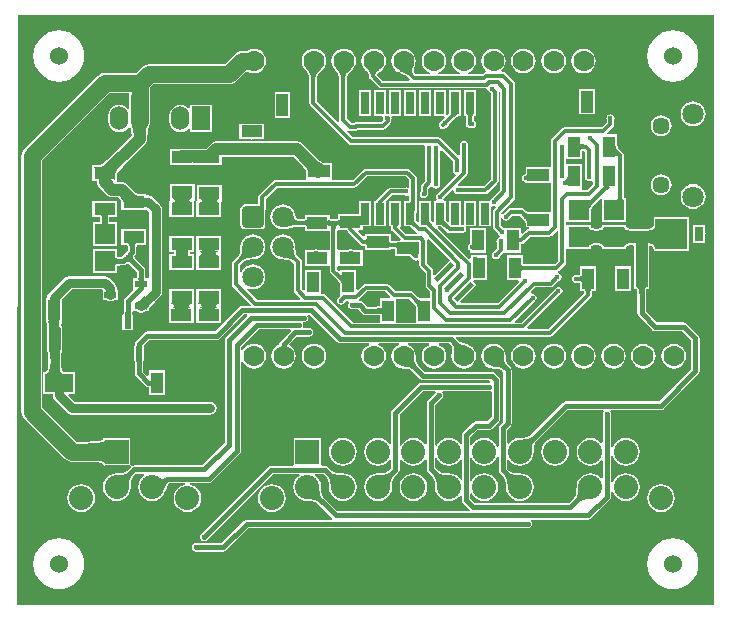
<source format=gbl>
G04*
G04 #@! TF.GenerationSoftware,Altium Limited,Altium Designer,19.0.10 (269)*
G04*
G04 Layer_Physical_Order=2*
G04 Layer_Color=16711680*
%FSLAX25Y25*%
%MOIN*%
G70*
G01*
G75*
%ADD12C,0.01575*%
%ADD17R,0.04134X0.07087*%
%ADD18R,0.07362X0.04055*%
%ADD19R,0.07087X0.04134*%
%ADD20R,0.04055X0.07362*%
%ADD21R,0.06890X0.06693*%
%ADD34C,0.06000*%
%ADD35C,0.08000*%
%ADD36R,0.08000X0.08000*%
%ADD37R,0.06000X0.08000*%
%ADD38O,0.06000X0.08000*%
%ADD39C,0.05709*%
%ADD40C,0.07087*%
G04:AMPARAMS|DCode=41|XSize=70.87mil|YSize=70.87mil|CornerRadius=8.86mil|HoleSize=0mil|Usage=FLASHONLY|Rotation=270.000|XOffset=0mil|YOffset=0mil|HoleType=Round|Shape=RoundedRectangle|*
%AMROUNDEDRECTD41*
21,1,0.07087,0.05315,0,0,270.0*
21,1,0.05315,0.07087,0,0,270.0*
1,1,0.01772,-0.02657,-0.02657*
1,1,0.01772,-0.02657,0.02657*
1,1,0.01772,0.02657,0.02657*
1,1,0.01772,0.02657,-0.02657*
%
%ADD41ROUNDEDRECTD41*%
%ADD42C,0.06984*%
%ADD43C,0.01378*%
%ADD44C,0.03937*%
%ADD46C,0.03150*%
%ADD47C,0.05512*%
%ADD48C,0.01575*%
%ADD49R,0.09449X0.06102*%
%ADD50R,0.02362X0.03937*%
%ADD51R,0.03937X0.02362*%
%ADD52R,0.10512X0.10000*%
%ADD53R,0.03000X0.05000*%
%ADD54R,0.02559X0.07284*%
G04:AMPARAMS|DCode=55|XSize=78.74mil|YSize=15.75mil|CornerRadius=0mil|HoleSize=0mil|Usage=FLASHONLY|Rotation=45.000|XOffset=0mil|YOffset=0mil|HoleType=Round|Shape=Rectangle|*
%AMROTATEDRECTD55*
4,1,4,-0.02227,-0.03341,-0.03341,-0.02227,0.02227,0.03341,0.03341,0.02227,-0.02227,-0.03341,0.0*
%
%ADD55ROTATEDRECTD55*%

G36*
X405512Y157480D02*
X173582Y157480D01*
X173229Y157834D01*
X173471Y354331D01*
X405512Y354331D01*
X405512Y157480D01*
D02*
G37*
%LPC*%
G36*
X361929Y343037D02*
X360864Y342896D01*
X359870Y342485D01*
X359017Y341830D01*
X358363Y340978D01*
X357952Y339984D01*
X357811Y338919D01*
X357952Y337853D01*
X358363Y336860D01*
X359017Y336007D01*
X359870Y335352D01*
X360864Y334941D01*
X361929Y334801D01*
X362995Y334941D01*
X363988Y335352D01*
X364841Y336007D01*
X365496Y336860D01*
X365907Y337853D01*
X366047Y338919D01*
X365907Y339984D01*
X365496Y340978D01*
X364841Y341830D01*
X363988Y342485D01*
X362995Y342896D01*
X361929Y343037D01*
D02*
G37*
G36*
X352011D02*
X350945Y342896D01*
X349952Y342485D01*
X349099Y341830D01*
X348445Y340978D01*
X348033Y339984D01*
X347893Y338919D01*
X348033Y337853D01*
X348445Y336860D01*
X349099Y336007D01*
X349952Y335352D01*
X350945Y334941D01*
X352011Y334801D01*
X353077Y334941D01*
X354070Y335352D01*
X354923Y336007D01*
X355577Y336860D01*
X355989Y337853D01*
X356129Y338919D01*
X355989Y339984D01*
X355577Y340978D01*
X354923Y341830D01*
X354070Y342485D01*
X353077Y342896D01*
X352011Y343037D01*
D02*
G37*
G36*
X341848D02*
X340783Y342896D01*
X339789Y342485D01*
X338936Y341830D01*
X338282Y340978D01*
X337871Y339984D01*
X337731Y338919D01*
X337871Y337853D01*
X338282Y336860D01*
X338936Y336007D01*
X339789Y335352D01*
X340783Y334941D01*
X341848Y334801D01*
X342914Y334941D01*
X343907Y335352D01*
X344760Y336007D01*
X345415Y336860D01*
X345826Y337853D01*
X345966Y338919D01*
X345826Y339984D01*
X345415Y340978D01*
X344760Y341830D01*
X343907Y342485D01*
X342914Y342896D01*
X341848Y343037D01*
D02*
G37*
G36*
X331930D02*
X330864Y342896D01*
X329871Y342485D01*
X329018Y341830D01*
X328364Y340978D01*
X327952Y339984D01*
X327812Y338919D01*
X327952Y337853D01*
X328364Y336860D01*
X329018Y336007D01*
X329392Y335720D01*
X329267Y335185D01*
X329051Y335142D01*
X328628Y334860D01*
X328283Y334515D01*
X323383D01*
X323284Y335015D01*
X324069Y335340D01*
X324922Y335994D01*
X325577Y336847D01*
X325988Y337840D01*
X326128Y338906D01*
X325988Y339972D01*
X325577Y340965D01*
X324922Y341818D01*
X324069Y342472D01*
X323076Y342884D01*
X322010Y343024D01*
X320945Y342884D01*
X319951Y342472D01*
X319098Y341818D01*
X318444Y340965D01*
X318033Y339972D01*
X317893Y338906D01*
X318033Y337840D01*
X318444Y336847D01*
X319098Y335994D01*
X319951Y335340D01*
X320737Y335015D01*
X320638Y334515D01*
X313465D01*
X313365Y335015D01*
X314151Y335340D01*
X315004Y335994D01*
X315658Y336847D01*
X316070Y337840D01*
X316210Y338906D01*
X316070Y339972D01*
X315658Y340965D01*
X315004Y341818D01*
X314151Y342472D01*
X313158Y342884D01*
X312092Y343024D01*
X311026Y342884D01*
X310033Y342472D01*
X309180Y341818D01*
X308526Y340965D01*
X308114Y339972D01*
X307974Y338906D01*
X308114Y337840D01*
X308526Y336847D01*
X309180Y335994D01*
X310033Y335340D01*
X310819Y335015D01*
X310719Y334515D01*
X306095D01*
X305767Y334842D01*
X305751Y334890D01*
X305586Y335078D01*
X305481Y335239D01*
X305405Y335406D01*
X305354Y335585D01*
X305327Y335781D01*
X305328Y336001D01*
X305359Y336246D01*
X305424Y336518D01*
X305524Y336815D01*
X305672Y337157D01*
X305674Y337277D01*
X305907Y337840D01*
X306047Y338906D01*
X305907Y339972D01*
X305496Y340965D01*
X304841Y341818D01*
X303988Y342472D01*
X302995Y342884D01*
X301929Y343024D01*
X300864Y342884D01*
X299870Y342472D01*
X299018Y341818D01*
X298363Y340965D01*
X297952Y339972D01*
X297812Y338906D01*
X297952Y337840D01*
X298363Y336847D01*
X299018Y335994D01*
X299870Y335340D01*
X300189Y335208D01*
X300267Y335124D01*
X300269Y335124D01*
X300270Y335123D01*
X301274Y334672D01*
X302437Y334102D01*
X302976Y333797D01*
X303163Y333676D01*
X303300Y333575D01*
X303410Y333479D01*
X303458Y333462D01*
X304109Y332811D01*
X303917Y332349D01*
X295110D01*
X293159Y334300D01*
X293183Y334393D01*
X293240Y334544D01*
X293312Y334682D01*
X293400Y334811D01*
X293506Y334932D01*
X293632Y335047D01*
X293782Y335157D01*
X293981Y335276D01*
X294011Y335316D01*
X294070Y335340D01*
X294075Y335344D01*
X294075Y335344D01*
X294076Y335345D01*
X294923Y335994D01*
X295577Y336847D01*
X295988Y337840D01*
X296129Y338906D01*
X295988Y339972D01*
X295577Y340965D01*
X294923Y341818D01*
X294070Y342472D01*
X293077Y342884D01*
X292011Y343024D01*
X290945Y342884D01*
X289952Y342472D01*
X289099Y341818D01*
X288445Y340965D01*
X288033Y339972D01*
X287893Y338906D01*
X288033Y337840D01*
X288445Y336847D01*
X289099Y335994D01*
X289467Y335712D01*
X289487Y335653D01*
X289542Y335626D01*
X289572Y335572D01*
X289762Y335422D01*
X289909Y335283D01*
X290036Y335138D01*
X290144Y334986D01*
X290235Y334825D01*
X290310Y334655D01*
X290368Y334472D01*
X290411Y334276D01*
X290438Y334065D01*
X290448Y333813D01*
X290498Y333706D01*
X290570Y333339D01*
X290853Y332916D01*
X293647Y330122D01*
X294070Y329839D01*
X294569Y329740D01*
X329557D01*
X329772Y329680D01*
X330100Y329306D01*
X330139Y329107D01*
X330422Y328684D01*
X331022Y328084D01*
Y299498D01*
X328637Y297113D01*
X320626D01*
X320215Y297195D01*
X320065Y297470D01*
X320014Y297702D01*
X322914Y300602D01*
X323197Y301025D01*
X323296Y301524D01*
Y310362D01*
X323397Y310866D01*
X323290Y311404D01*
X322985Y311860D01*
X322529Y312164D01*
X321992Y312271D01*
X321454Y312164D01*
X320998Y311860D01*
X320694Y311404D01*
X320587Y310866D01*
X320687Y310362D01*
Y307550D01*
X320187Y307343D01*
X314461Y313070D01*
X314038Y313352D01*
X313538Y313452D01*
X285121D01*
X283183Y315390D01*
X283471Y315799D01*
X283970Y315700D01*
X285927D01*
X286426Y315799D01*
X286668Y315961D01*
X294955D01*
X295454Y316060D01*
X295877Y316343D01*
X297521Y317986D01*
X297803Y318409D01*
X297903Y318909D01*
Y319550D01*
X297940Y319739D01*
X297866Y320112D01*
X298123Y320541D01*
X298200Y320612D01*
X300968D01*
Y329076D01*
X297228D01*
Y321498D01*
X297224Y321486D01*
X296728Y321106D01*
X296535Y321144D01*
X296468Y321131D01*
X295968Y321541D01*
Y329076D01*
X292228D01*
Y324120D01*
X292150Y324004D01*
X292043Y323466D01*
X292150Y322928D01*
X292228Y322812D01*
Y320612D01*
X294906D01*
X295204Y320112D01*
X295130Y319739D01*
X295206Y319361D01*
X294414Y318570D01*
X286188D01*
X285689Y318470D01*
X285447Y318309D01*
X284510D01*
X283080Y319739D01*
Y333273D01*
X283102Y333317D01*
X283102Y333318D01*
X283103Y333318D01*
X283118Y333549D01*
X283157Y333748D01*
X283226Y333959D01*
X283327Y334185D01*
X283462Y334423D01*
X283633Y334674D01*
X283837Y334930D01*
X284381Y335497D01*
X284708Y335790D01*
X284748Y335873D01*
X284923Y336007D01*
X285577Y336860D01*
X285988Y337853D01*
X286129Y338919D01*
X285988Y339984D01*
X285577Y340978D01*
X284923Y341830D01*
X284070Y342485D01*
X283077Y342896D01*
X282011Y343037D01*
X280945Y342896D01*
X279952Y342485D01*
X279099Y341830D01*
X278445Y340978D01*
X278033Y339984D01*
X277893Y338919D01*
X278033Y337853D01*
X278445Y336860D01*
X278884Y336288D01*
X278920Y336178D01*
X279227Y335821D01*
X279741Y335150D01*
X279937Y334851D01*
X280102Y334565D01*
X280233Y334299D01*
X280331Y334053D01*
X280397Y333831D01*
X280435Y333632D01*
X280449Y333414D01*
X280471Y333369D01*
Y319198D01*
X280571Y318699D01*
X280162Y318411D01*
X273162Y325411D01*
Y333273D01*
X273184Y333317D01*
X273184Y333318D01*
X273184Y333318D01*
X273200Y333549D01*
X273239Y333748D01*
X273307Y333959D01*
X273408Y334185D01*
X273544Y334423D01*
X273715Y334674D01*
X273918Y334930D01*
X274463Y335497D01*
X274790Y335790D01*
X274830Y335873D01*
X275004Y336007D01*
X275659Y336860D01*
X276070Y337853D01*
X276210Y338919D01*
X276070Y339984D01*
X275659Y340978D01*
X275004Y341830D01*
X274151Y342485D01*
X273158Y342896D01*
X272093Y343037D01*
X271027Y342896D01*
X270034Y342485D01*
X269181Y341830D01*
X268526Y340978D01*
X268115Y339984D01*
X267975Y338919D01*
X268115Y337853D01*
X268526Y336860D01*
X268965Y336288D01*
X269001Y336178D01*
X269309Y335821D01*
X269822Y335150D01*
X270018Y334851D01*
X270184Y334565D01*
X270315Y334299D01*
X270413Y334053D01*
X270479Y333831D01*
X270516Y333632D01*
X270531Y333414D01*
X270553Y333369D01*
Y324979D01*
X270535Y324888D01*
X270634Y324389D01*
X270917Y323966D01*
X283658Y311225D01*
X284081Y310942D01*
X284581Y310842D01*
X308823D01*
X309108Y310342D01*
X309028Y309941D01*
X309128Y309436D01*
Y298934D01*
X307998Y297804D01*
X307716Y297380D01*
X307616Y296881D01*
Y295421D01*
X307406Y295106D01*
X307299Y294569D01*
X307406Y294031D01*
X307711Y293575D01*
X308167Y293271D01*
X308704Y293164D01*
X309242Y293271D01*
X309698Y293575D01*
X309737Y293634D01*
X309843Y293705D01*
X310126Y294128D01*
X310226Y294627D01*
Y296341D01*
X310996Y297112D01*
X311598Y297006D01*
X311746Y296783D01*
X312202Y296479D01*
X312740Y296372D01*
X313278Y296479D01*
X313733Y296783D01*
X314038Y297239D01*
X314066Y297383D01*
X314099Y297432D01*
X314198Y297931D01*
X314100Y298426D01*
Y309033D01*
X314599Y309241D01*
X318423Y305417D01*
Y303006D01*
X318323Y302501D01*
X318430Y301964D01*
X318735Y301508D01*
X319147Y301232D01*
X319227Y301113D01*
X319345Y300723D01*
X313532Y294910D01*
X313105Y294624D01*
X312800Y294168D01*
X312693Y293631D01*
X312800Y293093D01*
X313019Y292765D01*
X312857Y292337D01*
X312798Y292265D01*
X312228D01*
Y285096D01*
X312133Y285045D01*
X311728Y284955D01*
X311317Y285397D01*
X311150Y285606D01*
X311021Y285790D01*
X310968Y285882D01*
Y286331D01*
X310993Y286393D01*
X310972Y286441D01*
X310983Y286493D01*
X310968Y286517D01*
Y292265D01*
X307228D01*
Y285279D01*
X307136Y285229D01*
X306728Y285139D01*
X306333Y285565D01*
X306170Y285769D01*
X306044Y285950D01*
X305968Y286082D01*
Y286564D01*
X305989Y286636D01*
X305968Y286674D01*
Y286705D01*
X305972Y286730D01*
X305968Y286734D01*
Y288058D01*
X306084Y288173D01*
X306366Y288597D01*
X306466Y289096D01*
Y292984D01*
X306489Y293040D01*
X306466Y293097D01*
Y299745D01*
X306366Y300245D01*
X306084Y300668D01*
X304115Y302636D01*
X303692Y302919D01*
X303193Y303019D01*
X289315D01*
X288815Y302919D01*
X288392Y302636D01*
X285034Y299278D01*
X278317D01*
X277937Y299568D01*
Y304804D01*
X275606D01*
X275211Y304975D01*
X274688Y305272D01*
X274120Y305661D01*
X272811Y306755D01*
X272093Y307447D01*
X272031Y307471D01*
X272004Y307497D01*
X271976Y307535D01*
X271965Y307537D01*
X268187Y311315D01*
X267653Y311725D01*
X267030Y311983D01*
X266362Y312071D01*
X239547D01*
X238879Y311983D01*
X238256Y311725D01*
X237722Y311315D01*
X236068Y309661D01*
X235670D01*
X235606Y309688D01*
X235602Y309686D01*
X235598Y309688D01*
X233268Y309661D01*
X230394D01*
X229683Y309687D01*
X229672Y309683D01*
X229660Y309688D01*
X229596Y309661D01*
X228137D01*
X227720Y309606D01*
X224004D01*
Y304291D01*
X231580D01*
X231669Y304255D01*
X231686Y304262D01*
X231704Y304256D01*
X232533Y304302D01*
X232995Y304191D01*
D01*
X233465Y304168D01*
X233533Y304181D01*
X233597Y304155D01*
X233686Y304191D01*
X241262D01*
Y306908D01*
X265293D01*
X266723Y305478D01*
X266745Y305419D01*
X268312Y303742D01*
X268884Y303038D01*
X269326Y302414D01*
X269393Y302298D01*
Y300401D01*
X269373Y300366D01*
X269393Y300294D01*
Y299568D01*
X269014Y299278D01*
X259295D01*
X258796Y299179D01*
X258372Y298896D01*
X253845Y294369D01*
X253562Y293946D01*
X253463Y293446D01*
Y291933D01*
X253442Y291891D01*
X253448Y291871D01*
X253439Y291852D01*
X253433Y291571D01*
X253415Y291349D01*
X253389Y291176D01*
X253363Y291074D01*
X249037D01*
X248461Y290959D01*
X247973Y290633D01*
X247647Y290144D01*
X247532Y289568D01*
Y284253D01*
X247647Y283677D01*
X247973Y283189D01*
X248461Y282863D01*
X249037Y282748D01*
X254352D01*
X254928Y282863D01*
X255417Y283189D01*
X255743Y283677D01*
X255858Y284253D01*
Y289312D01*
X255973Y289484D01*
X256072Y289983D01*
Y291001D01*
X256091Y291252D01*
X256084Y291274D01*
X256093Y291296D01*
X256096Y291716D01*
X256072Y291774D01*
Y292906D01*
X259835Y296669D01*
X285575D01*
X286074Y296768D01*
X286497Y297051D01*
X289855Y300409D01*
X302652D01*
X303856Y299205D01*
Y296967D01*
X303357Y296699D01*
X303337Y296713D01*
X302799Y296820D01*
X302294Y296719D01*
X297681D01*
X297182Y296620D01*
X296758Y296337D01*
X293176Y292755D01*
X292893Y292331D01*
X292880Y292265D01*
X292228D01*
Y283801D01*
X295968D01*
Y291857D01*
X298221Y294110D01*
X302294D01*
X302799Y294010D01*
X303337Y294117D01*
X303357Y294130D01*
X303856Y293863D01*
Y293110D01*
X303833Y293057D01*
X303827Y292814D01*
X303810Y292622D01*
X303785Y292469D01*
X303755Y292357D01*
X303727Y292288D01*
X303726Y292287D01*
X303711Y292286D01*
X303674Y292265D01*
X302228D01*
Y283801D01*
X303546D01*
X303595Y283777D01*
X303647Y283795D01*
X303701Y283780D01*
X303739Y283801D01*
X304153D01*
X304193Y283778D01*
X304373Y283651D01*
X304856Y283239D01*
X305135Y282969D01*
X305190Y282948D01*
X305206Y282931D01*
X305235Y282890D01*
X305250Y282888D01*
X306244Y281894D01*
X306523Y281708D01*
X306371Y281207D01*
X302906D01*
X300813Y283301D01*
X300968Y283801D01*
X300968D01*
Y284411D01*
X300970Y284415D01*
X300968Y284419D01*
Y292265D01*
X297228D01*
Y284419D01*
X297226Y284415D01*
X297228Y284411D01*
Y283801D01*
X297703D01*
X297708Y283786D01*
X297732Y283686D01*
X297752Y283548D01*
X297765Y283375D01*
X297770Y283156D01*
X297818Y283047D01*
X297893Y282671D01*
X298176Y282248D01*
X300945Y279479D01*
X300753Y279017D01*
X299807D01*
X299717Y279054D01*
X299639Y279021D01*
X299554Y279032D01*
X299118Y279017D01*
Y278962D01*
X298583Y278929D01*
X298395Y278928D01*
X298170Y278934D01*
X297978Y278951D01*
X297825Y278976D01*
X297713Y279006D01*
X297644Y279034D01*
X297642Y279048D01*
X297622Y279086D01*
Y281183D01*
X289078D01*
Y280585D01*
X288578Y280378D01*
X286897Y282059D01*
X287088Y282521D01*
X288321D01*
Y283801D01*
X290968D01*
Y289850D01*
X291105Y290054D01*
X291212Y290592D01*
X291105Y291130D01*
X290968Y291334D01*
Y292265D01*
X287228D01*
Y287836D01*
X280053D01*
Y286466D01*
X280032Y286427D01*
X280031Y286415D01*
X279964Y286388D01*
X279852Y286358D01*
X279698Y286333D01*
X279505Y286316D01*
X279261Y286310D01*
X279208Y286286D01*
X278719D01*
X278702Y286297D01*
X278645Y286286D01*
X278508D01*
X278451Y286297D01*
X278434Y286286D01*
X278142D01*
X278089Y286310D01*
X277845Y286316D01*
X277652Y286333D01*
X277498Y286358D01*
X277386Y286388D01*
X277319Y286415D01*
X277318Y286427D01*
X277297Y286466D01*
Y287639D01*
X269029D01*
Y286466D01*
X269008Y286427D01*
X269007Y286415D01*
X268940Y286388D01*
X268828Y286358D01*
X268674Y286333D01*
X268482Y286316D01*
X268237Y286310D01*
X268185Y286286D01*
X267226D01*
X267181Y286309D01*
X266922Y286325D01*
X266735Y286364D01*
X266576Y286424D01*
X266435Y286506D01*
X266307Y286614D01*
X266185Y286754D01*
X266071Y286933D01*
X265965Y287156D01*
X265872Y287425D01*
X265789Y287766D01*
X265788Y287766D01*
X265788Y287767D01*
X265744Y287827D01*
X265722Y287990D01*
X265306Y288996D01*
X264643Y289859D01*
X263780Y290522D01*
X262774Y290938D01*
X261695Y291080D01*
X260616Y290938D01*
X259610Y290522D01*
X258747Y289859D01*
X258084Y288996D01*
X257667Y287990D01*
X257525Y286911D01*
X257667Y285832D01*
X258084Y284826D01*
X258747Y283962D01*
X259610Y283300D01*
X260616Y282883D01*
X261695Y282741D01*
X262774Y282883D01*
X262802Y282895D01*
X262841Y282889D01*
X262849Y282895D01*
X262859Y282894D01*
X264289Y283289D01*
X265368Y283540D01*
X265886Y283628D01*
X266069Y283647D01*
X266235Y283654D01*
X266281Y283675D01*
X266330Y283665D01*
X266348Y283677D01*
X268185D01*
X268237Y283654D01*
X268482Y283647D01*
X268674Y283630D01*
X268828Y283605D01*
X268940Y283575D01*
X269007Y283548D01*
X269008Y283536D01*
X269029Y283498D01*
Y282324D01*
X277272D01*
Y275828D01*
X273629D01*
X273307Y276043D01*
X272769Y276150D01*
X272232Y276043D01*
X271910Y275828D01*
X269029D01*
Y270513D01*
X277272D01*
Y269046D01*
X277371Y268547D01*
X277654Y268124D01*
X279994Y265784D01*
X280015Y265730D01*
X280191Y265545D01*
X280335Y265377D01*
X280458Y265213D01*
X280562Y265054D01*
X280647Y264902D01*
X280714Y264755D01*
X280764Y264615D01*
X280798Y264480D01*
X280818Y264350D01*
X280826Y264189D01*
X280850Y264139D01*
Y260966D01*
X280850Y260966D01*
X280850D01*
X280711Y260509D01*
X280537Y260334D01*
X280109Y260049D01*
X279804Y259593D01*
X279697Y259055D01*
X279804Y258518D01*
X280109Y258062D01*
X280565Y257757D01*
X281102Y257650D01*
X281640Y257757D01*
X282096Y258062D01*
X282382Y258489D01*
X282725Y258833D01*
X283534D01*
X283574Y258787D01*
X283755Y258333D01*
X283544Y258018D01*
X283438Y257480D01*
X283544Y256943D01*
X283849Y256487D01*
X284305Y256182D01*
X284842Y256075D01*
X286766D01*
X288183Y254658D01*
X288639Y254353D01*
X289177Y254246D01*
X293100D01*
X293148Y254225D01*
X293428Y254217D01*
X293651Y254198D01*
X293832Y254167D01*
X293968Y254131D01*
X294057Y254095D01*
X294098Y254069D01*
X294104Y254009D01*
X294138Y253948D01*
Y251698D01*
X285088D01*
X275922Y260863D01*
X275499Y261146D01*
X275000Y261245D01*
X274354D01*
Y269234D01*
X269039D01*
Y262593D01*
X268577Y262402D01*
X268019Y262960D01*
Y271891D01*
X267920Y272390D01*
X267637Y272814D01*
X266640Y273810D01*
X266624Y273858D01*
X266474Y274029D01*
X266359Y274200D01*
X266252Y274405D01*
X266155Y274646D01*
X266070Y274925D01*
X265999Y275241D01*
X265944Y275587D01*
X265881Y276417D01*
X265877Y276881D01*
X265864Y276912D01*
X265722Y277990D01*
X265306Y278996D01*
X264643Y279859D01*
X263780Y280522D01*
X262774Y280938D01*
X261695Y281080D01*
X260616Y280938D01*
X259610Y280522D01*
X258747Y279859D01*
X258084Y278996D01*
X257667Y277990D01*
X257525Y276911D01*
X257667Y275832D01*
X258084Y274826D01*
X258747Y273962D01*
X259610Y273300D01*
X260616Y272883D01*
X261679Y272743D01*
X261711Y272729D01*
X262629Y272701D01*
X263011Y272663D01*
X263364Y272607D01*
X263680Y272536D01*
X263959Y272450D01*
X264201Y272354D01*
X264406Y272246D01*
X264576Y272132D01*
X264748Y271982D01*
X264795Y271966D01*
X265410Y271351D01*
Y262419D01*
X265509Y261920D01*
X265792Y261497D01*
X267550Y259739D01*
X267359Y259277D01*
X253111D01*
X249643Y262745D01*
X249926Y263169D01*
X250616Y262883D01*
X251695Y262741D01*
X252774Y262883D01*
X253780Y263300D01*
X254643Y263963D01*
X255306Y264826D01*
X255722Y265832D01*
X255864Y266911D01*
X255722Y267990D01*
X255306Y268996D01*
X254643Y269859D01*
X253780Y270522D01*
X252774Y270938D01*
X251695Y271080D01*
X250616Y270938D01*
X249610Y270522D01*
X248746Y269859D01*
X248084Y268996D01*
X247911Y268577D01*
X247411Y268676D01*
Y270782D01*
X248594Y271966D01*
X248642Y271982D01*
X248813Y272132D01*
X248984Y272246D01*
X249189Y272354D01*
X249430Y272450D01*
X249709Y272536D01*
X250026Y272607D01*
X250371Y272661D01*
X251201Y272724D01*
X251665Y272728D01*
X251696Y272741D01*
X252774Y272883D01*
X253780Y273300D01*
X254643Y273962D01*
X255306Y274826D01*
X255722Y275832D01*
X255864Y276911D01*
X255722Y277990D01*
X255306Y278996D01*
X254643Y279859D01*
X253780Y280522D01*
X252774Y280938D01*
X251695Y281080D01*
X250616Y280938D01*
X249610Y280522D01*
X248746Y279859D01*
X248084Y278996D01*
X247667Y277990D01*
X247527Y276927D01*
X247513Y276894D01*
X247485Y275977D01*
X247447Y275595D01*
X247391Y275241D01*
X247320Y274925D01*
X247235Y274646D01*
X247137Y274405D01*
X247030Y274200D01*
X246916Y274029D01*
X246765Y273858D01*
X246749Y273810D01*
X245183Y272244D01*
X244901Y271821D01*
X244801Y271322D01*
Y264437D01*
X244901Y263938D01*
X245183Y263514D01*
X251024Y257674D01*
X250833Y257212D01*
X248130D01*
X247592Y257105D01*
X247136Y256801D01*
X239083Y248747D01*
X216535D01*
X215998Y248640D01*
X215542Y248336D01*
X212770Y245564D01*
X212465Y245108D01*
X212383Y244693D01*
X212337Y244593D01*
X212323Y244193D01*
X212309Y244060D01*
X212300Y244011D01*
X211992D01*
Y243467D01*
X211962Y243397D01*
X211983Y243346D01*
X211971Y243293D01*
X211992Y243259D01*
Y239663D01*
X211970Y239631D01*
X211982Y239561D01*
X211955Y239496D01*
X211992Y239407D01*
Y238893D01*
X212270D01*
X212281Y238841D01*
X212333Y238190D01*
X212337Y237913D01*
X212358Y237862D01*
Y234760D01*
X212465Y234223D01*
X212770Y233767D01*
X215900Y230637D01*
X216356Y230332D01*
X216893Y230225D01*
X217011D01*
Y227497D01*
X222326D01*
Y235764D01*
X217011D01*
Y234152D01*
X216549Y233961D01*
X215168Y235342D01*
Y237862D01*
X215190Y237913D01*
X215194Y238197D01*
X215222Y238663D01*
X215243Y238825D01*
X215256Y238893D01*
X215535D01*
Y239407D01*
X215572Y239496D01*
X215545Y239561D01*
X215557Y239631D01*
X215535Y239663D01*
Y243259D01*
X215556Y243293D01*
X215543Y243346D01*
X215564Y243397D01*
X215535Y243467D01*
Y244011D01*
X215535D01*
X215645Y244465D01*
X217117Y245938D01*
X239665D01*
X240203Y246044D01*
X240659Y246349D01*
X248712Y254402D01*
X249601D01*
X249808Y253902D01*
X242707Y246802D01*
X242403Y246346D01*
X242296Y245808D01*
Y211606D01*
X234851Y204161D01*
X212205D01*
X211667Y204054D01*
X211289Y203801D01*
X210913Y204106D01*
X210901Y204121D01*
X210901Y204540D01*
Y213252D01*
X202496D01*
X202469Y213272D01*
X202393Y213259D01*
X202322Y213289D01*
X202234Y213252D01*
X201720D01*
Y212823D01*
X201700Y212796D01*
X201677Y212700D01*
X201662Y212681D01*
X201523Y212587D01*
X201233Y212467D01*
X200802Y212349D01*
X200256Y212249D01*
X197830Y212069D01*
X196803Y212056D01*
X196757Y212037D01*
X192737D01*
X181328Y223445D01*
Y305689D01*
X203760Y328121D01*
X210562D01*
Y327483D01*
X210542Y327436D01*
X210528Y323040D01*
X210027Y322871D01*
X209698Y323300D01*
X208948Y323875D01*
X208075Y324237D01*
X207137Y324360D01*
X206200Y324237D01*
X205327Y323875D01*
X204577Y323300D01*
X204001Y322550D01*
X203639Y321676D01*
X203516Y320739D01*
Y318739D01*
X203639Y317802D01*
X204001Y316928D01*
X204577Y316178D01*
X205327Y315603D01*
X206200Y315241D01*
X207137Y315118D01*
X208075Y315241D01*
X208948Y315603D01*
X209698Y316178D01*
X210274Y316928D01*
X210287Y316961D01*
X210787D01*
X210801Y316928D01*
X210887Y316817D01*
X210903Y316726D01*
X210974Y316615D01*
X211028Y316487D01*
X211090Y316278D01*
X211150Y315997D01*
X211201Y315666D01*
X211301Y314034D01*
X211301Y314024D01*
X204019Y306742D01*
X203958Y306718D01*
X203227Y306015D01*
X202551Y305419D01*
X201922Y304923D01*
X201344Y304528D01*
X200821Y304232D01*
X200459Y304076D01*
X198783D01*
X198708Y304086D01*
X198669Y304092D01*
X198212Y304076D01*
X198212Y304013D01*
X198212Y304013D01*
Y298761D01*
X199765D01*
Y298424D01*
X199853Y297756D01*
X200111Y297134D01*
X200521Y296599D01*
X202940Y294180D01*
X203474Y293770D01*
X204097Y293512D01*
X204765Y293424D01*
X206794D01*
X207384Y292765D01*
X207658Y292414D01*
X207856Y292121D01*
X207858Y292118D01*
Y291597D01*
X207839Y291563D01*
X207858Y291492D01*
Y289293D01*
X216125D01*
X216125Y289293D01*
Y289293D01*
X216539Y289083D01*
X217056Y288566D01*
Y266916D01*
X216970Y266452D01*
X216092D01*
X216053Y266473D01*
X215994Y266480D01*
X215968Y266522D01*
X215931Y266612D01*
X215895Y266750D01*
X215864Y266933D01*
X215844Y267159D01*
X215837Y267441D01*
X215816Y267489D01*
Y269198D01*
X215709Y269736D01*
X215404Y270192D01*
X212675Y272921D01*
X212658Y272968D01*
X212478Y273164D01*
X212361Y273323D01*
X212285Y273459D01*
X212243Y273570D01*
X212227Y273659D01*
X212228Y273735D01*
X212245Y273813D01*
X212284Y273903D01*
X212356Y274013D01*
X212494Y274169D01*
X212503Y274196D01*
X212528Y274211D01*
X212551Y274305D01*
X212756Y274611D01*
X212863Y275149D01*
Y276445D01*
X212884Y276493D01*
X212892Y276772D01*
X212911Y276996D01*
X212942Y277177D01*
X212978Y277312D01*
X213014Y277401D01*
X213039Y277442D01*
X213100Y277449D01*
X213161Y277482D01*
X216126D01*
Y282797D01*
X207858D01*
Y277482D01*
X209755D01*
X209816Y277449D01*
X209876Y277442D01*
X209901Y277401D01*
X209938Y277312D01*
X209974Y277176D01*
X210004Y276996D01*
X210024Y276772D01*
X210031Y276493D01*
X210053Y276445D01*
Y275730D01*
X209049Y274727D01*
X209021Y274720D01*
X208990Y274668D01*
X208941Y274619D01*
X208889Y274588D01*
X208882Y274560D01*
X207878Y273556D01*
X207419D01*
X207370Y273577D01*
X207088Y273585D01*
X206863Y273604D01*
X206679Y273635D01*
X206542Y273672D01*
X206451Y273708D01*
X206409Y273734D01*
X206403Y273793D01*
X206382Y273832D01*
Y276088D01*
X198311D01*
Y268214D01*
X206382D01*
Y270470D01*
X206403Y270509D01*
X206409Y270568D01*
X206451Y270594D01*
X206542Y270630D01*
X206679Y270667D01*
X206863Y270697D01*
X207088Y270717D01*
X207370Y270725D01*
X207419Y270746D01*
X208460D01*
X208998Y270853D01*
X209304Y271057D01*
X209398Y271081D01*
X209413Y271106D01*
X209440Y271115D01*
X209596Y271252D01*
X209705Y271324D01*
X209796Y271364D01*
X209873Y271381D01*
X209949Y271382D01*
X210039Y271366D01*
X210150Y271324D01*
X210286Y271248D01*
X210445Y271131D01*
X210641Y270951D01*
X210688Y270934D01*
X213006Y268616D01*
Y267489D01*
X212984Y267441D01*
X212977Y267159D01*
X212957Y266933D01*
X212927Y266750D01*
X212890Y266612D01*
X212853Y266522D01*
X212828Y266480D01*
X212768Y266473D01*
X212730Y266452D01*
X211852D01*
Y262909D01*
X211852Y262909D01*
X211852D01*
X211672Y262477D01*
X209030Y259836D01*
X208725Y259380D01*
X208618Y258842D01*
Y255278D01*
X208597Y255228D01*
X208593Y254944D01*
X208565Y254477D01*
X208544Y254315D01*
X208530Y254247D01*
X208252D01*
Y253733D01*
X208215Y253645D01*
X208242Y253579D01*
X208229Y253509D01*
X208252Y253477D01*
Y249129D01*
X211795D01*
Y253477D01*
X211817Y253509D01*
X211804Y253579D01*
X211831Y253645D01*
X211795Y253733D01*
Y254247D01*
X211516D01*
X211506Y254300D01*
X211453Y254950D01*
X211450Y255190D01*
X211731Y255351D01*
X211908Y255429D01*
X213165D01*
X213566Y255160D01*
X214411Y254993D01*
X215255Y255160D01*
X215657Y255429D01*
X216235D01*
X216294Y255396D01*
X216407Y255428D01*
X216523Y255411D01*
X216970Y255429D01*
Y255530D01*
X216970Y255530D01*
Y255530D01*
X217006Y255993D01*
X217018Y256093D01*
X217056Y256218D01*
X217138Y256399D01*
X217267Y256626D01*
X217445Y256892D01*
X217665Y257184D01*
X218639Y258289D01*
X219051Y258710D01*
X219057Y258724D01*
X220825Y260492D01*
X221304Y261209D01*
X221472Y262053D01*
Y289480D01*
X221304Y290325D01*
X220825Y291041D01*
X218355Y293511D01*
X217639Y293990D01*
X216794Y294158D01*
X216126D01*
Y294608D01*
X213861D01*
X213804Y294618D01*
X213754Y294608D01*
X213670D01*
X213665Y294608D01*
X213489Y294672D01*
X213224Y294811D01*
X212908Y295016D01*
X210980Y296661D01*
X210384Y297245D01*
X210321Y297271D01*
X209762Y297830D01*
X209227Y298241D01*
X208605Y298499D01*
X207937Y298586D01*
X206908D01*
X206480Y298761D01*
Y299332D01*
X206514Y299442D01*
X206488Y299491D01*
X206495Y299546D01*
X206480Y299566D01*
Y301371D01*
X206573Y301533D01*
X207007Y302147D01*
X208288Y303646D01*
X209120Y304505D01*
X209145Y304567D01*
X215762Y311185D01*
X216173Y311719D01*
X216430Y312342D01*
X216506Y312912D01*
X216545Y313005D01*
X216550Y313651D01*
X216592Y314770D01*
X216673Y315656D01*
X216725Y315997D01*
X216785Y316278D01*
X216846Y316487D01*
X216901Y316615D01*
X216972Y316726D01*
X216988Y316817D01*
X217074Y316928D01*
X217436Y317802D01*
X217559Y318739D01*
Y320739D01*
X217436Y321676D01*
X217349Y321885D01*
X217351Y321888D01*
X217350Y321889D01*
X217351Y321890D01*
X217333Y327436D01*
X217313Y327483D01*
Y329997D01*
X218386Y331070D01*
X243770D01*
X244643Y331185D01*
X245458Y331522D01*
X246157Y332059D01*
X249641Y335543D01*
X249704D01*
X249953Y335352D01*
X250946Y334941D01*
X252011Y334801D01*
X253077Y334941D01*
X254070Y335352D01*
X254923Y336007D01*
X255578Y336860D01*
X255989Y337853D01*
X256129Y338919D01*
X255989Y339984D01*
X255578Y340978D01*
X254923Y341830D01*
X254070Y342485D01*
X253077Y342896D01*
X252011Y343037D01*
X250946Y342896D01*
X249953Y342485D01*
X249704Y342294D01*
X248243D01*
X247370Y342179D01*
X246555Y341842D01*
X245856Y341305D01*
X242372Y337821D01*
X216988D01*
X216114Y337706D01*
X215300Y337369D01*
X214601Y336832D01*
X212640Y334871D01*
X202362D01*
X202362Y334871D01*
X201489Y334756D01*
X200675Y334419D01*
X199976Y333883D01*
X175566Y309473D01*
X175030Y308774D01*
X174692Y307960D01*
X174577Y307087D01*
Y222047D01*
X174692Y221174D01*
X175030Y220360D01*
X175566Y219660D01*
X188952Y206275D01*
X189651Y205738D01*
X190465Y205401D01*
X191339Y205286D01*
X196757D01*
X196803Y205266D01*
X197836Y205254D01*
X199565Y205158D01*
X200242Y205076D01*
X200802Y204974D01*
X201233Y204856D01*
X201523Y204736D01*
X201662Y204642D01*
X201677Y204623D01*
X201700Y204527D01*
X201720Y204500D01*
Y204071D01*
X202234D01*
X202322Y204034D01*
X202393Y204064D01*
X202469Y204051D01*
X202496Y204071D01*
X210420D01*
X210826Y204071D01*
X211126Y203664D01*
X209846Y202384D01*
X209803Y202369D01*
X209604Y202195D01*
X209402Y202059D01*
X209163Y201933D01*
X208883Y201820D01*
X208563Y201722D01*
X208201Y201640D01*
X207808Y201577D01*
X206869Y201505D01*
X206344Y201500D01*
X206320Y201490D01*
X206310Y201492D01*
X205112Y201334D01*
X203995Y200871D01*
X203036Y200135D01*
X202300Y199177D01*
X201838Y198060D01*
X201680Y196861D01*
X201838Y195663D01*
X202300Y194546D01*
X203036Y193587D01*
X203995Y192852D01*
X205112Y192389D01*
X206310Y192231D01*
X207509Y192389D01*
X208625Y192852D01*
X209584Y193587D01*
X210320Y194546D01*
X210783Y195663D01*
X210940Y196861D01*
X210940Y196863D01*
X210949Y196882D01*
X210980Y197916D01*
X211025Y198351D01*
X211089Y198753D01*
X211171Y199114D01*
X211269Y199434D01*
X211382Y199714D01*
X211508Y199954D01*
X211644Y200155D01*
X211818Y200354D01*
X211833Y200397D01*
X212787Y201351D01*
X215552D01*
X215772Y200903D01*
X215769Y200851D01*
X214836Y200135D01*
X214100Y199177D01*
X213638Y198060D01*
X213480Y196861D01*
X213638Y195663D01*
X214100Y194546D01*
X214836Y193587D01*
X215795Y192852D01*
X216912Y192389D01*
X218110Y192231D01*
X219309Y192389D01*
X220425Y192852D01*
X221384Y193587D01*
X222120Y194546D01*
X222563Y195615D01*
X222571Y195623D01*
X222571Y195636D01*
X222583Y195663D01*
X222587Y195694D01*
X222607Y195720D01*
X222702Y196062D01*
X222808Y196379D01*
X222930Y196686D01*
X223068Y196984D01*
X223221Y197273D01*
X223391Y197553D01*
X223576Y197824D01*
X223777Y198088D01*
X223874Y198201D01*
X229192D01*
X229225Y197701D01*
X228712Y197634D01*
X227595Y197171D01*
X226636Y196435D01*
X225900Y195476D01*
X225438Y194360D01*
X225280Y193161D01*
X225438Y191963D01*
X225900Y190846D01*
X226636Y189887D01*
X227595Y189152D01*
X228712Y188689D01*
X229910Y188531D01*
X231109Y188689D01*
X232225Y189152D01*
X233184Y189887D01*
X233920Y190846D01*
X234383Y191963D01*
X234540Y193161D01*
X234383Y194360D01*
X233920Y195476D01*
X233184Y196435D01*
X232225Y197171D01*
X231109Y197634D01*
X230596Y197701D01*
X230628Y198201D01*
X237008D01*
X237545Y198308D01*
X238001Y198613D01*
X247450Y208062D01*
X247755Y208518D01*
X247862Y209055D01*
Y238537D01*
X248362Y238636D01*
X248445Y238435D01*
X249100Y237582D01*
X249953Y236927D01*
X250946Y236516D01*
X252011Y236376D01*
X253077Y236516D01*
X254070Y236927D01*
X254923Y237582D01*
X255578Y238435D01*
X255989Y239428D01*
X256129Y240493D01*
X255989Y241559D01*
X255578Y242552D01*
X254923Y243405D01*
X254070Y244060D01*
X253077Y244471D01*
X252011Y244611D01*
X250946Y244471D01*
X249953Y244060D01*
X249100Y243405D01*
X248445Y242552D01*
X248362Y242351D01*
X247862Y242450D01*
Y243513D01*
X253772Y249423D01*
X264052D01*
X264259Y248923D01*
X260936Y245601D01*
X260632Y245145D01*
X260525Y244607D01*
Y244331D01*
X259871Y244060D01*
X259018Y243405D01*
X258364Y242552D01*
X257952Y241559D01*
X257812Y240493D01*
X257952Y239428D01*
X258364Y238435D01*
X259018Y237582D01*
X259871Y236927D01*
X260864Y236516D01*
X261930Y236376D01*
X262996Y236516D01*
X263989Y236927D01*
X264842Y237582D01*
X265496Y238435D01*
X265908Y239428D01*
X266048Y240493D01*
X265908Y241559D01*
X265496Y242552D01*
X264842Y243405D01*
X264038Y244022D01*
X263941Y244196D01*
X263869Y244559D01*
X266330Y247020D01*
X270472D01*
X271010Y247127D01*
X271466Y247432D01*
X271770Y247888D01*
X271877Y248425D01*
X271770Y248963D01*
X271466Y249419D01*
X271010Y249723D01*
X270472Y249830D01*
X268562D01*
X268281Y250269D01*
X268276Y250330D01*
X268375Y250828D01*
X268292Y251245D01*
X268570Y251745D01*
X268701D01*
X269238Y251852D01*
X269694Y252156D01*
X269999Y252612D01*
X270106Y253150D01*
X269999Y253687D01*
X269855Y253902D01*
X270098Y254357D01*
X270586Y254396D01*
X279814Y245168D01*
X280269Y244863D01*
X280807Y244757D01*
X290358D01*
X290457Y244256D01*
X289952Y244047D01*
X289099Y243393D01*
X288445Y242540D01*
X288033Y241547D01*
X287893Y240481D01*
X288033Y239415D01*
X288445Y238422D01*
X289099Y237569D01*
X289952Y236915D01*
X290945Y236503D01*
X292011Y236363D01*
X293077Y236503D01*
X294070Y236915D01*
X294923Y237569D01*
X295577Y238422D01*
X295988Y239415D01*
X296129Y240481D01*
X295988Y241547D01*
X295577Y242540D01*
X294923Y243393D01*
X294070Y244047D01*
X293565Y244256D01*
X293664Y244757D01*
X300276D01*
X300376Y244256D01*
X299870Y244047D01*
X299018Y243393D01*
X298363Y242540D01*
X297952Y241547D01*
X297812Y240481D01*
X297952Y239415D01*
X298363Y238422D01*
X299018Y237569D01*
X299870Y236915D01*
X300864Y236503D01*
X301924Y236364D01*
X301957Y236350D01*
X302392Y236345D01*
X302783Y236321D01*
X303144Y236280D01*
X303472Y236222D01*
X303770Y236148D01*
X304036Y236060D01*
X304271Y235958D01*
X304477Y235844D01*
X304654Y235720D01*
X304836Y235559D01*
X304880Y235543D01*
X307559Y232865D01*
X308014Y232560D01*
X308552Y232453D01*
X330550D01*
X330948Y232014D01*
X330507Y231699D01*
X330400Y231720D01*
X307874D01*
X307336Y231613D01*
X306881Y231308D01*
X298219Y222647D01*
X297915Y222191D01*
X297808Y221654D01*
Y211343D01*
X297308Y211173D01*
X296723Y211935D01*
X295764Y212671D01*
X294647Y213134D01*
X293448Y213292D01*
X292250Y213134D01*
X291133Y212671D01*
X290175Y211935D01*
X289439Y210977D01*
X288976Y209860D01*
X288818Y208661D01*
X288976Y207463D01*
X289439Y206346D01*
X290175Y205387D01*
X291133Y204652D01*
X292250Y204189D01*
X293448Y204031D01*
X294647Y204189D01*
X295764Y204652D01*
X296723Y205387D01*
X297308Y206150D01*
X297808Y205980D01*
Y203207D01*
X296984Y202384D01*
X296941Y202369D01*
X296742Y202195D01*
X296541Y202059D01*
X296301Y201933D01*
X296022Y201820D01*
X295701Y201722D01*
X295340Y201640D01*
X294946Y201577D01*
X294007Y201505D01*
X293482Y201500D01*
X293459Y201490D01*
X293448Y201492D01*
X292250Y201334D01*
X291133Y200871D01*
X290175Y200135D01*
X289439Y199177D01*
X288976Y198060D01*
X288818Y196861D01*
X288976Y195663D01*
X289439Y194546D01*
X290175Y193587D01*
X291133Y192852D01*
X292250Y192389D01*
X293448Y192231D01*
X294647Y192389D01*
X295764Y192852D01*
X296723Y193587D01*
X297458Y194546D01*
X297921Y195663D01*
X298079Y196861D01*
X298078Y196863D01*
X298087Y196882D01*
X298119Y197916D01*
X298163Y198351D01*
X298227Y198753D01*
X298309Y199114D01*
X298407Y199434D01*
X298520Y199714D01*
X298646Y199954D01*
X298782Y200155D01*
X298956Y200354D01*
X298971Y200397D01*
X300206Y201632D01*
X300511Y202088D01*
X300618Y202625D01*
Y206539D01*
X301117Y206639D01*
X301239Y206346D01*
X301975Y205387D01*
X302933Y204652D01*
X304050Y204189D01*
X305248Y204031D01*
X306447Y204189D01*
X307564Y204652D01*
X308523Y205387D01*
X309119Y206164D01*
X309619Y205995D01*
Y202886D01*
X309726Y202349D01*
X310030Y201893D01*
X311526Y200397D01*
X311541Y200354D01*
X311715Y200155D01*
X311851Y199954D01*
X311977Y199714D01*
X312089Y199434D01*
X312188Y199114D01*
X312270Y198753D01*
X312333Y198359D01*
X312404Y197420D01*
X312409Y196895D01*
X312420Y196871D01*
X312418Y196861D01*
X312576Y195663D01*
X313039Y194546D01*
X313774Y193587D01*
X314733Y192852D01*
X315850Y192389D01*
X317049Y192231D01*
X318247Y192389D01*
X319364Y192852D01*
X320322Y193587D01*
X320930Y194379D01*
X321430Y194209D01*
Y192520D01*
X321537Y191982D01*
X321841Y191526D01*
X324061Y189306D01*
X323859Y188806D01*
X279890D01*
X275371Y193326D01*
X275356Y193369D01*
X275182Y193568D01*
X275046Y193769D01*
X274921Y194009D01*
X274807Y194288D01*
X274709Y194609D01*
X274627Y194970D01*
X274564Y195364D01*
X274493Y196303D01*
X274487Y196827D01*
X274477Y196851D01*
X274479Y196861D01*
X274321Y198060D01*
X273858Y199177D01*
X273123Y200135D01*
X272360Y200721D01*
X272530Y201221D01*
X275302D01*
X276126Y200397D01*
X276141Y200354D01*
X276315Y200155D01*
X276451Y199954D01*
X276576Y199714D01*
X276690Y199434D01*
X276788Y199114D01*
X276870Y198753D01*
X276933Y198359D01*
X277005Y197420D01*
X277010Y196895D01*
X277020Y196871D01*
X277018Y196861D01*
X277176Y195663D01*
X277639Y194546D01*
X278375Y193587D01*
X279333Y192852D01*
X280450Y192389D01*
X281648Y192231D01*
X282847Y192389D01*
X283964Y192852D01*
X284923Y193587D01*
X285658Y194546D01*
X286121Y195663D01*
X286279Y196861D01*
X286121Y198060D01*
X285658Y199177D01*
X284923Y200135D01*
X283964Y200871D01*
X282847Y201334D01*
X281648Y201492D01*
X281647Y201491D01*
X281628Y201500D01*
X280594Y201532D01*
X280159Y201576D01*
X279757Y201640D01*
X279396Y201722D01*
X279076Y201820D01*
X278796Y201933D01*
X278556Y202059D01*
X278355Y202195D01*
X278156Y202369D01*
X278113Y202384D01*
X276878Y203619D01*
X276422Y203924D01*
X275884Y204030D01*
X274922D01*
X274439Y204071D01*
X274439Y204531D01*
Y213252D01*
X265258D01*
Y204531D01*
X265258Y204071D01*
X264775Y204030D01*
X257744D01*
X257206Y203924D01*
X256750Y203619D01*
X234440Y181308D01*
X234135Y180853D01*
X234028Y180315D01*
X234135Y179777D01*
X234440Y179322D01*
X234895Y179017D01*
X235433Y178910D01*
X235971Y179017D01*
X236426Y179322D01*
X258326Y201221D01*
X267167D01*
X267337Y200721D01*
X266575Y200135D01*
X265839Y199177D01*
X265376Y198060D01*
X265218Y196861D01*
X265376Y195663D01*
X265839Y194546D01*
X266575Y193587D01*
X267533Y192852D01*
X268650Y192389D01*
X269848Y192231D01*
X269850Y192231D01*
X269869Y192223D01*
X270903Y192191D01*
X271338Y192147D01*
X271740Y192083D01*
X272101Y192001D01*
X272422Y191902D01*
X272701Y191789D01*
X272941Y191664D01*
X273142Y191528D01*
X273341Y191354D01*
X273384Y191339D01*
X278172Y186551D01*
X277971Y186051D01*
X249606D01*
X249069Y185944D01*
X248613Y185639D01*
X241150Y178177D01*
X232677D01*
X232139Y178070D01*
X231684Y177765D01*
X231379Y177309D01*
X231272Y176772D01*
X231379Y176234D01*
X231684Y175778D01*
X232139Y175474D01*
X232677Y175367D01*
X241732D01*
X242270Y175474D01*
X242726Y175778D01*
X250188Y183241D01*
X343307D01*
X343845Y183348D01*
X344301Y183652D01*
X344605Y184108D01*
X344712Y184646D01*
X344605Y185183D01*
X344396Y185497D01*
X344580Y185955D01*
X344617Y185997D01*
X363386D01*
X363924Y186104D01*
X364379Y186408D01*
X370678Y192707D01*
X370983Y193163D01*
X371090Y193701D01*
Y195581D01*
X371576Y195663D01*
X372039Y194546D01*
X372775Y193587D01*
X373733Y192852D01*
X374850Y192389D01*
X376048Y192231D01*
X377247Y192389D01*
X378364Y192852D01*
X379323Y193587D01*
X380058Y194546D01*
X380521Y195663D01*
X380679Y196861D01*
X380521Y198060D01*
X380058Y199177D01*
X379323Y200135D01*
X378364Y200871D01*
X377247Y201334D01*
X376048Y201492D01*
X374850Y201334D01*
X373733Y200871D01*
X372775Y200135D01*
X372039Y199177D01*
X371576Y198060D01*
X371090Y198142D01*
Y207381D01*
X371576Y207463D01*
X372039Y206346D01*
X372775Y205387D01*
X373733Y204652D01*
X374850Y204189D01*
X376048Y204031D01*
X377247Y204189D01*
X378364Y204652D01*
X379323Y205387D01*
X380058Y206346D01*
X380521Y207463D01*
X380679Y208661D01*
X380521Y209860D01*
X380058Y210977D01*
X379323Y211935D01*
X378364Y212671D01*
X377247Y213134D01*
X376048Y213292D01*
X374850Y213134D01*
X373733Y212671D01*
X372775Y211935D01*
X372039Y210977D01*
X371576Y209860D01*
X371090Y209942D01*
Y221260D01*
X370983Y221797D01*
X370774Y222111D01*
X370958Y222569D01*
X370995Y222611D01*
X387827D01*
X388364Y222718D01*
X388820Y223022D01*
X400222Y234424D01*
X400526Y234880D01*
X400633Y235417D01*
Y246443D01*
X400526Y246981D01*
X400222Y247437D01*
X396330Y251328D01*
X395875Y251633D01*
X395337Y251740D01*
X386319D01*
X382668Y255390D01*
Y261271D01*
X382690Y261322D01*
X382696Y262029D01*
X382699Y262113D01*
X382717Y262316D01*
X382747Y262499D01*
X382784Y262636D01*
X382821Y262727D01*
X382846Y262769D01*
X382906Y262776D01*
X382944Y262797D01*
X383882D01*
Y270649D01*
X383918Y270737D01*
X383917Y270741D01*
X383918Y270745D01*
X383871Y274682D01*
X383845Y274744D01*
Y277071D01*
X384034Y277216D01*
X384345Y277338D01*
X384625Y277224D01*
X384881Y277067D01*
X385056Y276906D01*
X385167Y276740D01*
X385233Y276552D01*
X385265Y276253D01*
X385286Y276214D01*
Y275616D01*
X396979D01*
Y286797D01*
X385286D01*
Y284300D01*
X385265Y284261D01*
X385233Y283962D01*
X385167Y283774D01*
X385056Y283608D01*
X384881Y283447D01*
X384625Y283290D01*
X384275Y283148D01*
X383830Y283028D01*
X383293Y282939D01*
X382665Y282884D01*
X381935Y282865D01*
X381875Y282838D01*
X379533D01*
X379472Y282865D01*
X378738Y282878D01*
X378099Y282917D01*
X377548Y282981D01*
X377087Y283067D01*
X376720Y283171D01*
X376453Y283285D01*
X376287Y283392D01*
X376207Y283474D01*
X376179Y283530D01*
X376155Y283688D01*
X376126Y283736D01*
Y284194D01*
X375612D01*
X375523Y284231D01*
X375476Y284212D01*
X375427Y284224D01*
X375378Y284194D01*
X368802D01*
X368753Y284224D01*
X368704Y284212D01*
X368657Y284231D01*
X368569Y284194D01*
X368055D01*
Y283736D01*
X368025Y283688D01*
X368002Y283530D01*
X367973Y283474D01*
X367894Y283392D01*
X367727Y283285D01*
X367460Y283171D01*
X367094Y283067D01*
X366642Y282983D01*
X366116Y282937D01*
X365737Y282981D01*
X365276Y283067D01*
X364909Y283171D01*
X364642Y283285D01*
X364475Y283392D01*
X364396Y283474D01*
X364368Y283530D01*
X364344Y283688D01*
X364315Y283736D01*
Y284194D01*
X363801D01*
X363712Y284231D01*
X363665Y284212D01*
X363616Y284224D01*
X363567Y284194D01*
X356572D01*
X356244Y284194D01*
X356072Y284623D01*
Y284946D01*
X356244Y285375D01*
X364315D01*
Y288941D01*
X364338Y288990D01*
X364347Y289152D01*
X364368Y289283D01*
X364402Y289419D01*
X364452Y289560D01*
X364519Y289706D01*
X364604Y289859D01*
X364708Y290017D01*
X364831Y290181D01*
X364975Y290349D01*
X365150Y290533D01*
X365170Y290587D01*
X367555Y292971D01*
X368055Y292764D01*
Y285375D01*
X376126D01*
Y293249D01*
X375543D01*
X375504Y293270D01*
X375492Y293272D01*
X375465Y293338D01*
X375435Y293451D01*
X375410Y293604D01*
X375393Y293797D01*
X375387Y294041D01*
X375363Y294094D01*
Y307423D01*
X375264Y307922D01*
X374981Y308345D01*
X374029Y309298D01*
X374008Y309351D01*
X373832Y309536D01*
X373688Y309705D01*
X373565Y309869D01*
X373461Y310027D01*
X373376Y310180D01*
X373309Y310326D01*
X373259Y310466D01*
X373225Y310601D01*
X373205Y310732D01*
X373197Y310892D01*
X373173Y310943D01*
Y314509D01*
X370115D01*
X369908Y315009D01*
X371832Y316933D01*
X372114Y317356D01*
X372214Y317856D01*
Y319234D01*
X372314Y319739D01*
X372207Y320277D01*
X371903Y320732D01*
X371447Y321037D01*
X370909Y321144D01*
X370372Y321037D01*
X369916Y320732D01*
X369611Y320277D01*
X369504Y319739D01*
X369604Y319234D01*
Y318396D01*
X368006Y316798D01*
X355592D01*
X355092Y316699D01*
X354669Y316416D01*
X351483Y313230D01*
X351200Y312806D01*
X351101Y312307D01*
Y303466D01*
X342622D01*
Y301354D01*
X342344Y301076D01*
X342261Y301004D01*
X341864Y300739D01*
X341560Y300283D01*
X341453Y299745D01*
X341560Y299208D01*
X341864Y298752D01*
X342320Y298447D01*
X342622Y298388D01*
Y298230D01*
X351101D01*
Y288663D01*
X343331D01*
X343254Y288699D01*
X343184Y288702D01*
X343144Y288708D01*
X343102Y288718D01*
X343057Y288733D01*
X343008Y288754D01*
X342955Y288783D01*
X342898Y288819D01*
X342836Y288865D01*
X342771Y288920D01*
X342689Y288997D01*
X342636Y289017D01*
X342206Y289447D01*
X341782Y289730D01*
X341283Y289830D01*
X337641D01*
X337142Y289730D01*
X336719Y289447D01*
X335599Y288328D01*
X335172Y288042D01*
X334998Y287783D01*
X334487Y287860D01*
X334447Y288210D01*
X338761Y292524D01*
X339043Y292947D01*
X339143Y293446D01*
Y331241D01*
X339043Y331741D01*
X338761Y332164D01*
X336065Y334860D01*
X335642Y335142D01*
X335142Y335242D01*
X334666D01*
X334496Y335742D01*
X334842Y336007D01*
X335496Y336860D01*
X335908Y337853D01*
X336048Y338919D01*
X335908Y339984D01*
X335496Y340978D01*
X334842Y341830D01*
X333989Y342485D01*
X332996Y342896D01*
X331930Y343037D01*
D02*
G37*
G36*
X391732Y349057D02*
X390073Y348893D01*
X388477Y348409D01*
X387007Y347623D01*
X385718Y346566D01*
X384660Y345277D01*
X383874Y343806D01*
X383390Y342211D01*
X383227Y340551D01*
X383390Y338892D01*
X383874Y337296D01*
X384660Y335826D01*
X385718Y334537D01*
X387007Y333479D01*
X388477Y332693D01*
X390073Y332209D01*
X391732Y332046D01*
X393392Y332209D01*
X394987Y332693D01*
X396458Y333479D01*
X397747Y334537D01*
X398804Y335826D01*
X399590Y337296D01*
X400074Y338892D01*
X400238Y340551D01*
X400074Y342211D01*
X399590Y343806D01*
X398804Y345277D01*
X397747Y346566D01*
X396458Y347623D01*
X394987Y348409D01*
X393392Y348893D01*
X391732Y349057D01*
D02*
G37*
G36*
X187008D02*
X185348Y348893D01*
X183753Y348409D01*
X182282Y347623D01*
X180994Y346566D01*
X179936Y345277D01*
X179150Y343806D01*
X178666Y342211D01*
X178502Y340551D01*
X178666Y338892D01*
X179150Y337296D01*
X179936Y335826D01*
X180994Y334537D01*
X182282Y333479D01*
X183753Y332693D01*
X185348Y332209D01*
X187008Y332046D01*
X188667Y332209D01*
X190263Y332693D01*
X191733Y333479D01*
X193022Y334537D01*
X194080Y335826D01*
X194866Y337296D01*
X195350Y338892D01*
X195513Y340551D01*
X195350Y342211D01*
X194866Y343806D01*
X194080Y345277D01*
X193022Y346566D01*
X191733Y347623D01*
X190263Y348409D01*
X188667Y348893D01*
X187008Y349057D01*
D02*
G37*
G36*
X365732Y329608D02*
X360496D01*
Y321064D01*
X365732D01*
Y329608D01*
D02*
G37*
G36*
X320968Y329076D02*
X317228D01*
Y322161D01*
X317220Y322112D01*
X317228Y322101D01*
Y321700D01*
X317142Y321580D01*
X316694Y321060D01*
X316468Y320827D01*
X316125Y320894D01*
X316075Y320919D01*
X315968Y320998D01*
Y329076D01*
X312228D01*
Y320612D01*
X315581D01*
X315789Y320112D01*
X315136Y319459D01*
X315115Y319455D01*
X314691Y319172D01*
X314002Y318483D01*
X313720Y318060D01*
X313620Y317560D01*
X313720Y317061D01*
X314002Y316638D01*
X314081Y316559D01*
X314504Y316276D01*
X315004Y316177D01*
X315503Y316276D01*
X315926Y316559D01*
X315926Y316559D01*
X316287Y316920D01*
X316444Y316951D01*
X316899Y317256D01*
X317204Y317712D01*
X317235Y317868D01*
X318636Y319269D01*
X318690Y319290D01*
X319228Y319802D01*
X319684Y320185D01*
X319871Y320322D01*
X320039Y320430D01*
X320179Y320507D01*
X320284Y320552D01*
X320348Y320569D01*
X320432Y320578D01*
X320494Y320612D01*
X320968D01*
Y321169D01*
X321001Y321281D01*
X320968Y321342D01*
Y329076D01*
D02*
G37*
G36*
X310968D02*
X307228D01*
Y320612D01*
X310968D01*
Y329076D01*
D02*
G37*
G36*
X305968D02*
X302228D01*
Y320612D01*
X305968D01*
Y329076D01*
D02*
G37*
G36*
X290968D02*
X287228D01*
Y320612D01*
X290968D01*
Y329076D01*
D02*
G37*
G36*
X264157Y328427D02*
X258921D01*
Y319883D01*
X264157D01*
Y328427D01*
D02*
G37*
G36*
X398437Y325426D02*
X397358Y325284D01*
X396353Y324868D01*
X395489Y324205D01*
X394827Y323341D01*
X394410Y322336D01*
X394268Y321257D01*
X394410Y320178D01*
X394827Y319172D01*
X395489Y318308D01*
X396353Y317646D01*
X397358Y317229D01*
X398437Y317087D01*
X399517Y317229D01*
X400522Y317646D01*
X401386Y318308D01*
X402048Y319172D01*
X402465Y320178D01*
X402607Y321257D01*
X402465Y322336D01*
X402048Y323341D01*
X401386Y324205D01*
X400522Y324868D01*
X399517Y325284D01*
X398437Y325426D01*
D02*
G37*
G36*
X325968Y329076D02*
X322228D01*
Y321349D01*
X322196Y321294D01*
X322207Y321253D01*
X322191Y321214D01*
X322228Y321126D01*
Y320612D01*
X322677D01*
X322701Y320543D01*
X322725Y320435D01*
X322765Y320058D01*
X322770Y319822D01*
X322794Y319769D01*
Y318056D01*
X322754Y317855D01*
X322853Y317356D01*
X323136Y316933D01*
X323139Y316931D01*
X323176Y316894D01*
X323599Y316611D01*
X324098Y316512D01*
X324293Y316551D01*
X324340D01*
X324845Y316450D01*
X325382Y316557D01*
X325838Y316862D01*
X326143Y317318D01*
X326250Y317855D01*
X326143Y318393D01*
X325838Y318849D01*
X325403Y319140D01*
Y319769D01*
X325426Y319822D01*
X325431Y320067D01*
X325446Y320264D01*
X325468Y320424D01*
X325495Y320543D01*
X325519Y320612D01*
X325968D01*
Y321126D01*
X326005Y321214D01*
X325989Y321253D01*
X326000Y321294D01*
X325968Y321349D01*
Y329076D01*
D02*
G37*
G36*
X227537Y324360D02*
X226600Y324237D01*
X225727Y323875D01*
X224977Y323300D01*
X224401Y322550D01*
X224039Y321676D01*
X223916Y320739D01*
Y318739D01*
X224039Y317802D01*
X224401Y316928D01*
X224977Y316178D01*
X225727Y315603D01*
X226600Y315241D01*
X227537Y315118D01*
X228475Y315241D01*
X229348Y315603D01*
X230098Y316178D01*
X230247Y316372D01*
X230747Y316202D01*
Y315148D01*
X237928D01*
Y324330D01*
X230747D01*
Y323276D01*
X230247Y323106D01*
X230098Y323300D01*
X229348Y323875D01*
X228475Y324237D01*
X227537Y324360D01*
D02*
G37*
G36*
X387808Y320794D02*
X386908Y320676D01*
X386070Y320329D01*
X385351Y319777D01*
X384799Y319057D01*
X384451Y318219D01*
X384333Y317320D01*
X384451Y316420D01*
X384799Y315582D01*
X385351Y314863D01*
X386070Y314311D01*
X386908Y313963D01*
X387808Y313845D01*
X388707Y313963D01*
X389545Y314311D01*
X390265Y314863D01*
X390817Y315582D01*
X391164Y316420D01*
X391282Y317320D01*
X391164Y318219D01*
X390817Y319057D01*
X390265Y319777D01*
X389545Y320329D01*
X388707Y320676D01*
X387808Y320794D01*
D02*
G37*
G36*
X255418Y318053D02*
X247150D01*
Y312738D01*
X251149D01*
X251284Y312711D01*
X251420Y312738D01*
X255418D01*
Y318053D01*
D02*
G37*
G36*
X387808Y301109D02*
X386908Y300991D01*
X386070Y300644D01*
X385351Y300092D01*
X384799Y299372D01*
X384451Y298534D01*
X384333Y297635D01*
X384451Y296735D01*
X384799Y295897D01*
X385351Y295178D01*
X386070Y294625D01*
X386908Y294278D01*
X387808Y294160D01*
X388707Y294278D01*
X389545Y294625D01*
X390265Y295178D01*
X390817Y295897D01*
X391164Y296735D01*
X391282Y297635D01*
X391164Y298534D01*
X390817Y299372D01*
X390265Y300092D01*
X389545Y300644D01*
X388707Y300991D01*
X387808Y301109D01*
D02*
G37*
G36*
X398437Y297867D02*
X397358Y297725D01*
X396353Y297308D01*
X395489Y296646D01*
X394827Y295782D01*
X394410Y294777D01*
X394268Y293698D01*
X394410Y292618D01*
X394827Y291613D01*
X395489Y290749D01*
X396353Y290087D01*
X397358Y289670D01*
X398437Y289528D01*
X399517Y289670D01*
X400522Y290087D01*
X401386Y290749D01*
X402048Y291613D01*
X402465Y292618D01*
X402607Y293698D01*
X402465Y294777D01*
X402048Y295782D01*
X401386Y296646D01*
X400522Y297308D01*
X399517Y297725D01*
X398437Y297867D01*
D02*
G37*
G36*
X232271Y297795D02*
X224004D01*
Y292480D01*
X223895Y292306D01*
X223895D01*
Y286991D01*
X232162D01*
Y291569D01*
X232194Y291625D01*
X232183Y291665D01*
X232199Y291704D01*
X232162Y291792D01*
Y292025D01*
X232271Y292480D01*
X232271Y292480D01*
X232271Y292480D01*
Y297795D01*
D02*
G37*
G36*
X241262Y297695D02*
X232995D01*
Y292380D01*
X232894Y292206D01*
X232894D01*
Y286891D01*
X241162D01*
Y291469D01*
X241194Y291525D01*
X241183Y291565D01*
X241199Y291604D01*
X241162Y291692D01*
Y291922D01*
X241262Y292380D01*
X241262Y292380D01*
X241262Y292380D01*
Y297695D01*
D02*
G37*
G36*
X402479Y284297D02*
X398298D01*
Y278116D01*
X402479D01*
Y280842D01*
X402491Y280859D01*
X402597Y281397D01*
X402491Y281934D01*
X402479Y281952D01*
Y284297D01*
D02*
G37*
G36*
X206480Y292265D02*
X198212D01*
Y286950D01*
X200665D01*
X200704Y286929D01*
X200763Y286923D01*
X200789Y286880D01*
X200825Y286790D01*
X200862Y286652D01*
X200892Y286469D01*
X200912Y286243D01*
X200917Y286047D01*
X200912Y285853D01*
X200893Y285629D01*
X200862Y285448D01*
X200826Y285312D01*
X200790Y285224D01*
X200764Y285182D01*
X200704Y285176D01*
X200643Y285143D01*
X198311D01*
Y277269D01*
X206382D01*
Y285143D01*
X204049D01*
X203988Y285176D01*
X203928Y285182D01*
X203903Y285224D01*
X203866Y285312D01*
X203830Y285448D01*
X203800Y285629D01*
X203780Y285853D01*
X203775Y286047D01*
X203780Y286243D01*
X203800Y286469D01*
X203830Y286652D01*
X203867Y286790D01*
X203903Y286880D01*
X203929Y286923D01*
X203988Y286929D01*
X204027Y286950D01*
X206480D01*
Y292265D01*
D02*
G37*
G36*
X241162Y280395D02*
X232894D01*
Y275818D01*
X232863Y275763D01*
X232874Y275722D01*
X232858Y275683D01*
X232894Y275594D01*
Y275080D01*
X232894D01*
Y274606D01*
X232894D01*
Y274092D01*
X232858Y274004D01*
X232874Y273965D01*
X232863Y273924D01*
X232894Y273868D01*
Y269291D01*
X241162D01*
Y273868D01*
X241194Y273924D01*
X241183Y273965D01*
X241199Y274004D01*
X241162Y274092D01*
Y274606D01*
X241162D01*
Y275080D01*
X241162D01*
Y275594D01*
X241199Y275683D01*
X241183Y275722D01*
X241194Y275763D01*
X241162Y275818D01*
Y280395D01*
D02*
G37*
G36*
X232162Y280495D02*
X223895D01*
Y275180D01*
X225447D01*
Y274591D01*
X223795D01*
Y269276D01*
X232062D01*
Y274591D01*
X230609D01*
Y275180D01*
X232162D01*
Y280495D01*
D02*
G37*
G36*
X202377Y267168D02*
X190384D01*
X189540Y267000D01*
X188823Y266522D01*
X183730Y261429D01*
X183252Y260712D01*
X183084Y259868D01*
Y259865D01*
X182634D01*
Y252410D01*
X182632Y252408D01*
X182634Y252381D01*
Y252288D01*
X182597Y252199D01*
X182634Y252111D01*
Y251597D01*
X182907D01*
X182921Y251550D01*
X182961Y251332D01*
X183010Y250577D01*
X182988Y250554D01*
X182988D01*
Y250040D01*
X182951Y249951D01*
X182969Y249909D01*
X182957Y249864D01*
X182988Y249812D01*
Y242701D01*
X182951Y242613D01*
X182988Y242524D01*
Y242010D01*
X183238D01*
X183247Y241974D01*
X183285Y241752D01*
X183388Y240040D01*
X183392Y239458D01*
X183398Y239444D01*
Y237849D01*
X183393Y237836D01*
X183377Y237255D01*
X183334Y236761D01*
X183264Y236342D01*
X183173Y236000D01*
X183065Y235737D01*
X182952Y235550D01*
X182842Y235432D01*
X182735Y235360D01*
X182614Y235317D01*
X182389Y235293D01*
X182351Y235272D01*
X181846D01*
Y234728D01*
X181817Y234658D01*
X181831Y234625D01*
X181821Y234590D01*
X181846Y234544D01*
Y227989D01*
X184954D01*
Y227406D01*
X185122Y226561D01*
X185600Y225844D01*
X189864Y221581D01*
X190580Y221102D01*
X191425Y220934D01*
X237402D01*
X238246Y221102D01*
X238963Y221581D01*
X239441Y222297D01*
X239609Y223142D01*
X239441Y223987D01*
X238963Y224703D01*
X238246Y225181D01*
X237402Y225349D01*
X192340D01*
X190163Y227527D01*
X190354Y227989D01*
X192476D01*
Y235272D01*
X188862D01*
X188823Y235293D01*
X188599Y235317D01*
X188478Y235360D01*
X188371Y235431D01*
X188261Y235550D01*
X188147Y235737D01*
X188040Y236000D01*
X187948Y236342D01*
X187879Y236761D01*
X187835Y237255D01*
X187820Y237836D01*
X187814Y237849D01*
Y239439D01*
X187820Y239453D01*
X187838Y240573D01*
X187889Y241423D01*
X187924Y241735D01*
X187965Y241974D01*
X187975Y242010D01*
X188224D01*
Y242524D01*
X188261Y242613D01*
X188224Y242701D01*
Y249783D01*
X188246Y249814D01*
X188234Y249885D01*
X188261Y249951D01*
X188224Y250040D01*
Y250554D01*
X187794D01*
X187794Y250555D01*
X187740Y250676D01*
X187677Y250890D01*
X187633Y251115D01*
X187676Y251210D01*
X187949Y251597D01*
X187949Y251597D01*
X187949Y251597D01*
Y252111D01*
X187986Y252199D01*
X187949Y252288D01*
Y252381D01*
X187951Y252408D01*
X187949Y252410D01*
Y259403D01*
X191299Y262753D01*
X201463D01*
X201615Y262600D01*
Y259169D01*
X202928D01*
X203330Y258901D01*
X204174Y258733D01*
X205019Y258901D01*
X205420Y259169D01*
X206733D01*
Y262712D01*
X206382D01*
Y263164D01*
X206214Y264008D01*
X205736Y264725D01*
X203939Y266522D01*
X203222Y267000D01*
X202377Y267168D01*
D02*
G37*
G36*
X241162Y262795D02*
X232894D01*
Y258217D01*
X232863Y258160D01*
X232874Y258121D01*
X232858Y258083D01*
X232894Y257994D01*
Y257480D01*
X232894D01*
X232832Y257006D01*
X232794D01*
Y256492D01*
X232758Y256404D01*
X232773Y256367D01*
X232762Y256329D01*
X232794Y256271D01*
Y251691D01*
X241062D01*
Y256265D01*
X241093Y256319D01*
X241082Y256362D01*
X241099Y256404D01*
X241062Y256492D01*
Y257006D01*
X241062D01*
X241125Y257480D01*
X241162D01*
Y257994D01*
X241199Y258083D01*
X241183Y258121D01*
X241194Y258160D01*
X241162Y258217D01*
Y262795D01*
D02*
G37*
G36*
X232062Y262780D02*
X223795D01*
Y258201D01*
X223762Y258145D01*
X223774Y258105D01*
X223758Y258067D01*
X223795Y257979D01*
Y257465D01*
X223795D01*
X223694Y257006D01*
X223694D01*
X223694Y257006D01*
Y256492D01*
X223658Y256404D01*
X223673Y256367D01*
X223662Y256329D01*
X223694Y256271D01*
Y251691D01*
X231962D01*
Y256265D01*
X231993Y256319D01*
X231982Y256362D01*
X231999Y256404D01*
X231962Y256492D01*
Y257006D01*
X231962D01*
X232062Y257465D01*
X232062D01*
X232062Y257465D01*
Y257979D01*
X232099Y258067D01*
X232083Y258105D01*
X232094Y258145D01*
X232062Y258201D01*
Y262780D01*
D02*
G37*
G36*
X272093Y244611D02*
X271027Y244471D01*
X270034Y244060D01*
X269181Y243405D01*
X268526Y242552D01*
X268115Y241559D01*
X267975Y240493D01*
X268115Y239428D01*
X268526Y238435D01*
X269181Y237582D01*
X270034Y236927D01*
X271027Y236516D01*
X272093Y236376D01*
X273158Y236516D01*
X274151Y236927D01*
X275004Y237582D01*
X275659Y238435D01*
X276070Y239428D01*
X276210Y240493D01*
X276070Y241559D01*
X275659Y242552D01*
X275004Y243405D01*
X274151Y244060D01*
X273158Y244471D01*
X272093Y244611D01*
D02*
G37*
G36*
X281648Y213292D02*
X280450Y213134D01*
X279333Y212671D01*
X278375Y211935D01*
X277639Y210977D01*
X277176Y209860D01*
X277018Y208661D01*
X277176Y207463D01*
X277639Y206346D01*
X278375Y205387D01*
X279333Y204652D01*
X280450Y204189D01*
X281648Y204031D01*
X282847Y204189D01*
X283964Y204652D01*
X284923Y205387D01*
X285658Y206346D01*
X286121Y207463D01*
X286279Y208661D01*
X286121Y209860D01*
X285658Y210977D01*
X284923Y211935D01*
X283964Y212671D01*
X282847Y213134D01*
X281648Y213292D01*
D02*
G37*
G36*
X305248Y201492D02*
X304050Y201334D01*
X302933Y200871D01*
X301975Y200135D01*
X301239Y199177D01*
X300776Y198060D01*
X300618Y196861D01*
X300776Y195663D01*
X301239Y194546D01*
X301975Y193587D01*
X302933Y192852D01*
X304050Y192389D01*
X305248Y192231D01*
X306447Y192389D01*
X307564Y192852D01*
X308523Y193587D01*
X309258Y194546D01*
X309721Y195663D01*
X309879Y196861D01*
X309721Y198060D01*
X309258Y199177D01*
X308523Y200135D01*
X307564Y200871D01*
X306447Y201334D01*
X305248Y201492D01*
D02*
G37*
G36*
X387749Y197792D02*
X386550Y197634D01*
X385433Y197171D01*
X384474Y196435D01*
X383739Y195476D01*
X383276Y194360D01*
X383118Y193161D01*
X383276Y191963D01*
X383739Y190846D01*
X384474Y189887D01*
X385433Y189152D01*
X386550Y188689D01*
X387749Y188531D01*
X388947Y188689D01*
X390064Y189152D01*
X391022Y189887D01*
X391758Y190846D01*
X392221Y191963D01*
X392379Y193161D01*
X392221Y194360D01*
X391758Y195476D01*
X391022Y196435D01*
X390064Y197171D01*
X388947Y197634D01*
X387749Y197792D01*
D02*
G37*
G36*
X258049D02*
X256850Y197634D01*
X255733Y197171D01*
X254774Y196435D01*
X254039Y195476D01*
X253576Y194360D01*
X253418Y193161D01*
X253576Y191963D01*
X254039Y190846D01*
X254774Y189887D01*
X255733Y189152D01*
X256850Y188689D01*
X258049Y188531D01*
X259247Y188689D01*
X260364Y189152D01*
X261322Y189887D01*
X262058Y190846D01*
X262521Y191963D01*
X262679Y193161D01*
X262521Y194360D01*
X262058Y195476D01*
X261322Y196435D01*
X260364Y197171D01*
X259247Y197634D01*
X258049Y197792D01*
D02*
G37*
G36*
X194510D02*
X193312Y197634D01*
X192195Y197171D01*
X191236Y196435D01*
X190500Y195476D01*
X190038Y194360D01*
X189880Y193161D01*
X190038Y191963D01*
X190500Y190846D01*
X191236Y189887D01*
X192195Y189152D01*
X193312Y188689D01*
X194510Y188531D01*
X195709Y188689D01*
X196825Y189152D01*
X197784Y189887D01*
X198520Y190846D01*
X198983Y191963D01*
X199140Y193161D01*
X198983Y194360D01*
X198520Y195476D01*
X197784Y196435D01*
X196825Y197171D01*
X195709Y197634D01*
X194510Y197792D01*
D02*
G37*
G36*
X391732Y179765D02*
X390073Y179602D01*
X388477Y179118D01*
X387007Y178332D01*
X385718Y177274D01*
X384660Y175985D01*
X383874Y174515D01*
X383390Y172919D01*
X383227Y171260D01*
X383390Y169600D01*
X383874Y168005D01*
X384660Y166534D01*
X385718Y165245D01*
X387007Y164188D01*
X388477Y163402D01*
X390073Y162918D01*
X391732Y162754D01*
X393392Y162918D01*
X394987Y163402D01*
X396458Y164188D01*
X397747Y165245D01*
X398804Y166534D01*
X399590Y168005D01*
X400074Y169600D01*
X400238Y171260D01*
X400074Y172919D01*
X399590Y174515D01*
X398804Y175985D01*
X397747Y177274D01*
X396458Y178332D01*
X394987Y179118D01*
X393392Y179602D01*
X391732Y179765D01*
D02*
G37*
G36*
X187008D02*
X185348Y179602D01*
X183753Y179118D01*
X182282Y178332D01*
X180994Y177274D01*
X179936Y175985D01*
X179150Y174515D01*
X178666Y172919D01*
X178502Y171260D01*
X178666Y169600D01*
X179150Y168005D01*
X179936Y166534D01*
X180994Y165245D01*
X182282Y164188D01*
X183753Y163402D01*
X185348Y162918D01*
X187008Y162754D01*
X188667Y162918D01*
X190263Y163402D01*
X191733Y164188D01*
X193022Y165245D01*
X194080Y166534D01*
X194866Y168005D01*
X195350Y169600D01*
X195513Y171260D01*
X195350Y172919D01*
X194866Y174515D01*
X194080Y175985D01*
X193022Y177274D01*
X191733Y178332D01*
X190263Y179118D01*
X188667Y179602D01*
X187008Y179765D01*
D02*
G37*
%LPD*%
G36*
X304927Y337044D02*
X304809Y336694D01*
X304729Y336360D01*
X304689Y336042D01*
X304688Y335740D01*
X304726Y335454D01*
X304803Y335184D01*
X304920Y334929D01*
X305076Y334691D01*
X305270Y334469D01*
X303832Y333958D01*
X303701Y334074D01*
X303526Y334202D01*
X303307Y334344D01*
X302735Y334667D01*
X301546Y335251D01*
X300532Y335706D01*
X305085Y337410D01*
X304927Y337044D01*
D02*
G37*
G36*
X293655Y335825D02*
X293429Y335691D01*
X293227Y335543D01*
X293048Y335380D01*
X292893Y335203D01*
X292762Y335011D01*
X292655Y334805D01*
X292572Y334585D01*
X292512Y334350D01*
X292477Y334102D01*
X292465Y333838D01*
X291087D01*
X291076Y334118D01*
X291042Y334385D01*
X290986Y334640D01*
X290908Y334882D01*
X290807Y335112D01*
X290684Y335329D01*
X290539Y335534D01*
X290371Y335726D01*
X290180Y335906D01*
X289968Y336074D01*
X293655Y335825D01*
D02*
G37*
G36*
X284282Y336266D02*
X283937Y335957D01*
X283355Y335351D01*
X283119Y335054D01*
X282919Y334762D01*
X282755Y334473D01*
X282628Y334189D01*
X282538Y333909D01*
X282483Y333633D01*
X282465Y333361D01*
X281087Y333456D01*
X281070Y333712D01*
X281019Y333982D01*
X280935Y334264D01*
X280818Y334559D01*
X280666Y334866D01*
X280481Y335187D01*
X280262Y335520D01*
X279724Y336224D01*
X279404Y336595D01*
X284282Y336266D01*
D02*
G37*
G36*
X274363D02*
X274018Y335957D01*
X273437Y335351D01*
X273200Y335054D01*
X273001Y334762D01*
X272837Y334473D01*
X272710Y334189D01*
X272619Y333909D01*
X272565Y333633D01*
X272546Y333361D01*
X271168Y333456D01*
X271152Y333712D01*
X271101Y333982D01*
X271017Y334264D01*
X270899Y334559D01*
X270748Y334866D01*
X270563Y335187D01*
X270344Y335520D01*
X269805Y336224D01*
X269486Y336595D01*
X274363Y336266D01*
D02*
G37*
G36*
X216711Y321888D02*
X211163D01*
X211181Y327433D01*
X216693D01*
X216711Y321888D01*
D02*
G37*
G36*
X216019Y317884D02*
X215995Y317712D01*
X215974Y317448D01*
X215965Y317071D01*
X216434D01*
X216334Y316915D01*
X216244Y316703D01*
X216165Y316435D01*
X216096Y316112D01*
X216038Y315734D01*
X215953Y314811D01*
X215911Y313666D01*
X215906Y313010D01*
X211969D01*
X211939Y314062D01*
X211837Y315734D01*
X211779Y316112D01*
X211710Y316435D01*
X211631Y316703D01*
X211541Y316915D01*
X211441Y317071D01*
X211855D01*
X211830Y317963D01*
X216045D01*
X216019Y317884D01*
D02*
G37*
G36*
X360761Y311622D02*
X360803Y311505D01*
X360872Y311402D01*
X360970Y311312D01*
X361095Y311237D01*
X361248Y311175D01*
X361428Y311126D01*
X361637Y311092D01*
X361873Y311071D01*
X362137Y311064D01*
Y309686D01*
X361873Y309680D01*
X361637Y309659D01*
X361428Y309624D01*
X361248Y309576D01*
X361095Y309514D01*
X360970Y309438D01*
X360872Y309349D01*
X360803Y309245D01*
X360761Y309128D01*
X360747Y308997D01*
Y311753D01*
X360761Y311622D01*
D02*
G37*
G36*
X235606Y305112D02*
X233597Y305000D01*
Y304794D01*
X233558Y304854D01*
X233440Y304908D01*
X233243Y304956D01*
X233121Y304974D01*
X231669Y304894D01*
Y305075D01*
X230408Y305108D01*
X229660Y305112D01*
Y309049D01*
X231669Y308975D01*
Y309004D01*
X235606Y309049D01*
Y305112D01*
D02*
G37*
G36*
X372568Y310667D02*
X372598Y310474D01*
X372647Y310280D01*
X372716Y310086D01*
X372805Y309891D01*
X372913Y309696D01*
X373042Y309501D01*
X373190Y309305D01*
X373357Y309108D01*
X373545Y308911D01*
Y306962D01*
X373357Y307140D01*
X373190Y307278D01*
X373042Y307377D01*
X372913Y307436D01*
X372805Y307455D01*
X372716Y307436D01*
X372647Y307377D01*
X372598Y307278D01*
X372568Y307140D01*
X372558Y306962D01*
Y310860D01*
X372568Y310667D01*
D02*
G37*
G36*
X208661Y304950D02*
X207815Y304076D01*
X206502Y302540D01*
X206034Y301878D01*
X205693Y301286D01*
X205477Y300764D01*
X205388Y300313D01*
X205425Y299932D01*
X205588Y299622D01*
X205877Y299382D01*
X198833Y303474D01*
X199206Y303317D01*
X199619Y303258D01*
X200074Y303295D01*
X200569Y303428D01*
X201106Y303658D01*
X201683Y303985D01*
X202301Y304408D01*
X202960Y304928D01*
X203660Y305544D01*
X204401Y306258D01*
X208661Y304950D01*
D02*
G37*
G36*
X272384Y306279D02*
X273734Y305151D01*
X274350Y304729D01*
X274926Y304402D01*
X275463Y304170D01*
X275961Y304033D01*
X276419Y303990D01*
X276838Y304043D01*
X277217Y304190D01*
X270008Y300288D01*
X270304Y300519D01*
X270472Y300822D01*
X270512Y301198D01*
X270424Y301646D01*
X270208Y302166D01*
X269865Y302759D01*
X269393Y303425D01*
X268794Y304163D01*
X267212Y305855D01*
X271650Y306986D01*
X272384Y306279D01*
D02*
G37*
G36*
X343228Y300884D02*
X343236Y300845D01*
Y299379D01*
X343237Y299367D01*
X342371Y300233D01*
X342535Y300395D01*
X343020Y300818D01*
X343098Y300868D01*
X343158Y300896D01*
X343202Y300901D01*
X343228Y300884D01*
D02*
G37*
G36*
X343345Y299258D02*
X343324Y299240D01*
X343306Y299228D01*
X343290Y299223D01*
X343275Y299225D01*
X343264Y299234D01*
X343254Y299250D01*
X343246Y299272D01*
X343241Y299301D01*
X343237Y299337D01*
X343237Y299367D01*
X343345Y299258D01*
D02*
G37*
G36*
X356649Y297267D02*
X356645Y297421D01*
X356633Y297550D01*
X356612Y297654D01*
X356583Y297733D01*
X356545Y297788D01*
X356500Y297817D01*
X356445Y297821D01*
X356383Y297800D01*
X356312Y297754D01*
X356233Y297684D01*
X355259Y298658D01*
X355523Y298930D01*
X355968Y299442D01*
X356149Y299681D01*
X356302Y299909D01*
X356427Y300126D01*
X356524Y300332D01*
X356594Y300526D01*
X356636Y300709D01*
X356649Y300882D01*
Y297267D01*
D02*
G37*
G36*
X371495Y297003D02*
X371302Y296973D01*
X371108Y296923D01*
X370913Y296854D01*
X370719Y296765D01*
X370524Y296657D01*
X370328Y296529D01*
X370132Y296381D01*
X369936Y296214D01*
X369740Y296027D01*
X367791D01*
X367918Y296157D01*
X368220Y296504D01*
X368293Y296605D01*
X368353Y296699D01*
X368400Y296786D01*
X368434Y296865D01*
X368454Y296937D01*
X368460Y297002D01*
X371689Y297013D01*
X371495Y297003D01*
D02*
G37*
G36*
X362518Y308654D02*
Y300644D01*
X362418Y300139D01*
X362525Y299602D01*
X362829Y299146D01*
X363285Y298841D01*
X363823Y298734D01*
X364360Y298841D01*
X364577Y298986D01*
X365077Y298719D01*
Y297727D01*
X363282Y295932D01*
X361441D01*
X361362Y296399D01*
X361362D01*
Y304667D01*
X356072D01*
Y306241D01*
X361362D01*
Y308891D01*
X361383Y308930D01*
X361384Y308942D01*
X361451Y308969D01*
X361563Y308999D01*
X361717Y309024D01*
X361910Y309041D01*
X362125Y309047D01*
X362518Y308654D01*
D02*
G37*
G36*
X334172Y328884D02*
Y295935D01*
X331387Y293151D01*
X330959Y292865D01*
X330654Y292409D01*
X330626Y292265D01*
X327228D01*
Y283801D01*
X330968D01*
Y290341D01*
X331320Y290530D01*
X331468Y290563D01*
X331952Y290466D01*
X332394Y290554D01*
X332629Y290273D01*
X332689Y290142D01*
X332191Y289644D01*
X331909Y289221D01*
X331809Y288722D01*
Y283602D01*
X331909Y283102D01*
X332191Y282679D01*
X333384Y281487D01*
X333422Y281294D01*
X333727Y280839D01*
X333944Y280693D01*
X333839Y280162D01*
X333757Y280146D01*
X333301Y279842D01*
X332997Y279386D01*
X332890Y278848D01*
X332990Y278344D01*
Y276270D01*
X332154Y275434D01*
X331727Y275148D01*
X331422Y274693D01*
X331315Y274155D01*
X331422Y273617D01*
X331727Y273162D01*
X332183Y272857D01*
X332720Y272750D01*
X333258Y272857D01*
X333714Y273162D01*
X333999Y273589D01*
X335217Y274807D01*
X335370Y275035D01*
X335870Y274942D01*
X335909Y274942D01*
X341185D01*
Y277772D01*
X341684Y277871D01*
X342107Y278154D01*
X344284Y280331D01*
X350420D01*
X350919Y280430D01*
X351342Y280713D01*
X352963Y282333D01*
X353463Y282126D01*
Y272333D01*
X352357Y271227D01*
X342521D01*
X342469Y271251D01*
X342224Y271257D01*
X342032Y271274D01*
X341878Y271299D01*
X341766Y271329D01*
X341699Y271356D01*
X341698Y271368D01*
X341677Y271407D01*
Y274057D01*
X336362D01*
Y265789D01*
X340085D01*
X340277Y265327D01*
X333283Y258333D01*
X321076D01*
X320884Y258795D01*
X322969Y260880D01*
X323084Y260957D01*
X323161Y261072D01*
X326266Y264177D01*
X325116Y265327D01*
X325308Y265789D01*
X329866D01*
Y274057D01*
X326493D01*
X326171Y274272D01*
X325634Y274379D01*
X325096Y274272D01*
X324774Y274057D01*
X324551D01*
Y273834D01*
X324336Y273512D01*
X324253Y273098D01*
X323900Y272925D01*
X323743Y272901D01*
X313306Y283339D01*
X313497Y283801D01*
X313716D01*
X313778Y283776D01*
X313829Y283798D01*
X313885Y283786D01*
X313907Y283801D01*
X314304D01*
X314315Y283795D01*
X314497Y283666D01*
X314989Y283245D01*
X315274Y282969D01*
X315329Y282948D01*
X316424Y281853D01*
X316847Y281570D01*
X317347Y281470D01*
X317554Y281512D01*
X320840D01*
X321344Y281411D01*
X321882Y281518D01*
X322338Y281823D01*
X322642Y282279D01*
X322749Y282816D01*
X322653Y283301D01*
X322686Y283449D01*
X322874Y283801D01*
X325968D01*
Y292265D01*
X322228D01*
Y284438D01*
X321728Y284145D01*
X321344Y284221D01*
X320968Y284530D01*
Y292265D01*
X317228D01*
Y285422D01*
X317079Y285345D01*
X316728Y285275D01*
X316551Y285458D01*
X316349Y285687D01*
X316185Y285893D01*
X316061Y286072D01*
X315976Y286220D01*
X315968Y286238D01*
Y286753D01*
X315983Y286820D01*
X315968Y286842D01*
Y292265D01*
X315399D01*
X315339Y292337D01*
X315177Y292765D01*
X315377Y293065D01*
X318228Y295916D01*
X318460Y295865D01*
X318735Y295716D01*
X318824Y295271D01*
X319128Y294815D01*
X319584Y294510D01*
X320122Y294404D01*
X320626Y294504D01*
X329177D01*
X329676Y294603D01*
X330099Y294886D01*
X333249Y298036D01*
X333532Y298459D01*
X333631Y298958D01*
Y328625D01*
X333620Y328680D01*
X333636Y328706D01*
X334073Y328966D01*
X334172Y328884D01*
D02*
G37*
G36*
X374755Y293761D02*
X374775Y293524D01*
X374810Y293316D01*
X374858Y293135D01*
X374920Y292982D01*
X374996Y292857D01*
X375085Y292760D01*
X375189Y292690D01*
X375306Y292649D01*
X375437Y292635D01*
X372681D01*
X372812Y292649D01*
X372929Y292690D01*
X373032Y292760D01*
X373122Y292857D01*
X373198Y292982D01*
X373259Y293135D01*
X373308Y293316D01*
X373342Y293524D01*
X373363Y293761D01*
X373370Y294025D01*
X374748D01*
X374755Y293761D01*
D02*
G37*
G36*
X364686Y290974D02*
X364500Y290777D01*
X364332Y290581D01*
X364185Y290385D01*
X364057Y290190D01*
X363948Y289995D01*
X363859Y289800D01*
X363790Y289606D01*
X363740Y289412D01*
X363710Y289218D01*
X363700Y289025D01*
X363712Y292647D01*
X363722Y292524D01*
X363751Y292434D01*
X363800Y292378D01*
X363868Y292355D01*
X363956Y292366D01*
X364063Y292411D01*
X364190Y292488D01*
X364336Y292600D01*
X364501Y292744D01*
X364686Y292922D01*
Y290974D01*
D02*
G37*
G36*
X305366Y291663D02*
X303783Y291651D01*
X303914Y291665D01*
X304031Y291708D01*
X304134Y291778D01*
X304224Y291876D01*
X304300Y292001D01*
X304362Y292154D01*
X304410Y292334D01*
X304445Y292542D01*
X304465Y292777D01*
X304472Y293040D01*
X305850D01*
X305366Y291663D01*
D02*
G37*
G36*
X210548Y296189D02*
X212525Y294502D01*
X212901Y294258D01*
X213230Y294085D01*
X213513Y293984D01*
X213749Y293953D01*
X213937Y293993D01*
X208472Y291481D01*
X208602Y291581D01*
X208659Y291728D01*
X208646Y291922D01*
X208560Y292164D01*
X208403Y292454D01*
X208174Y292791D01*
X207874Y293175D01*
X207059Y294087D01*
X206545Y294613D01*
X209937Y296789D01*
X210548Y296189D01*
D02*
G37*
G36*
X255456Y291720D02*
X255453Y291300D01*
X255355Y289997D01*
X255319Y289896D01*
X255276Y289847D01*
X255229Y289852D01*
X255175Y289909D01*
X253389Y290471D01*
X253520Y290446D01*
X253638Y290457D01*
X253741Y290503D01*
X253830Y290586D01*
X253906Y290704D01*
X253968Y290859D01*
X254016Y291050D01*
X254051Y291276D01*
X254071Y291539D01*
X254078Y291837D01*
X255456Y291720D01*
D02*
G37*
G36*
X341766Y286197D02*
X341787Y286143D01*
X341962Y285960D01*
X342105Y285791D01*
X342229Y285628D01*
X342332Y285469D01*
X342417Y285317D01*
X342484Y285170D01*
X342534Y285029D01*
X342569Y284894D01*
X342589Y284762D01*
X342598Y284601D01*
X342622Y284551D01*
Y283426D01*
X343628D01*
X343677Y282927D01*
X343245Y282840D01*
X342821Y282558D01*
X341647Y281383D01*
X341185Y281574D01*
Y283210D01*
X335870D01*
X335870Y283210D01*
Y283210D01*
X335370Y283191D01*
X334418Y284142D01*
Y286351D01*
X334585Y286410D01*
X334918Y286434D01*
X335172Y286055D01*
X335627Y285751D01*
X336165Y285644D01*
X336703Y285751D01*
X337158Y286055D01*
X337444Y286483D01*
X338182Y287220D01*
X340743D01*
X341766Y286197D01*
D02*
G37*
G36*
X280667Y283604D02*
X280654Y283735D01*
X280612Y283852D01*
X280542Y283955D01*
X280445Y284045D01*
X280320Y284120D01*
X280167Y284183D01*
X280064Y284210D01*
X279941Y284169D01*
X279762Y284072D01*
X279610Y283948D01*
X279486Y283797D01*
X279390Y283617D01*
X279321Y283411D01*
X279279Y283177D01*
X279266Y282915D01*
X277888D01*
X277874Y283177D01*
X277833Y283411D01*
X277764Y283617D01*
X277667Y283797D01*
X277543Y283948D01*
X277392Y284072D01*
X277212Y284169D01*
X277178Y284180D01*
X277030Y284120D01*
X276905Y284045D01*
X276808Y283955D01*
X276738Y283852D01*
X276696Y283735D01*
X276682Y283604D01*
Y284284D01*
X276510Y284293D01*
X276682Y284408D01*
Y286360D01*
X276696Y286229D01*
X276738Y286112D01*
X276808Y286008D01*
X276905Y285919D01*
X277030Y285843D01*
X277183Y285781D01*
X277364Y285733D01*
X277572Y285698D01*
X277808Y285678D01*
X278073Y285671D01*
Y285335D01*
X278577Y285671D01*
X279278Y285203D01*
Y285671D01*
X279542Y285678D01*
X279778Y285698D01*
X279987Y285733D01*
X280167Y285781D01*
X280320Y285843D01*
X280445Y285919D01*
X280542Y286008D01*
X280612Y286112D01*
X280654Y286229D01*
X280667Y286360D01*
Y283604D01*
D02*
G37*
G36*
X342345Y288443D02*
X342440Y288363D01*
X342536Y288292D01*
X342633Y288230D01*
X342730Y288178D01*
X342827Y288136D01*
X342926Y288103D01*
X343025Y288079D01*
X343124Y288065D01*
X343224Y288060D01*
X343236Y284635D01*
X343226Y284828D01*
X343196Y285022D01*
X343146Y285216D01*
X343077Y285410D01*
X342988Y285605D01*
X342880Y285800D01*
X342752Y285996D01*
X342604Y286191D01*
X342437Y286387D01*
X342250Y286584D01*
Y288533D01*
X342345Y288443D01*
D02*
G37*
G36*
X269644Y283604D02*
X269630Y283735D01*
X269588Y283852D01*
X269519Y283955D01*
X269422Y284045D01*
X269296Y284120D01*
X269144Y284183D01*
X268963Y284231D01*
X268754Y284265D01*
X268518Y284286D01*
X268254Y284293D01*
Y285671D01*
X268518Y285678D01*
X268754Y285698D01*
X268963Y285733D01*
X269144Y285781D01*
X269296Y285843D01*
X269422Y285919D01*
X269519Y286008D01*
X269588Y286112D01*
X269630Y286229D01*
X269644Y286360D01*
Y283604D01*
D02*
G37*
G36*
X265258Y287245D02*
X265372Y286914D01*
X265510Y286623D01*
X265672Y286370D01*
X265857Y286156D01*
X266067Y285981D01*
X266299Y285845D01*
X266556Y285748D01*
X266836Y285690D01*
X267140Y285671D01*
X266208Y284293D01*
X266022Y284285D01*
X265799Y284261D01*
X265243Y284167D01*
X264131Y283909D01*
X262688Y283510D01*
X265168Y287614D01*
X265258Y287245D01*
D02*
G37*
G36*
X315293Y286583D02*
X315267Y286445D01*
X315277Y286291D01*
X315323Y286120D01*
X315404Y285933D01*
X315520Y285730D01*
X315672Y285511D01*
X315859Y285276D01*
X316082Y285024D01*
X316340Y284756D01*
X315719Y283429D01*
X315419Y283719D01*
X314890Y284171D01*
X314660Y284333D01*
X314454Y284453D01*
X314271Y284530D01*
X314111Y284565D01*
X313974Y284558D01*
X313860Y284508D01*
X313770Y284415D01*
X315354Y286705D01*
X315293Y286583D01*
D02*
G37*
G36*
X310278Y286275D02*
X310242Y286148D01*
X310244Y286002D01*
X310284Y285836D01*
X310364Y285651D01*
X310481Y285447D01*
X310638Y285223D01*
X310833Y284979D01*
X311340Y284434D01*
X310396Y283429D01*
X310111Y283704D01*
X309601Y284137D01*
X309377Y284295D01*
X309172Y284413D01*
X308987Y284492D01*
X308822Y284532D01*
X308677Y284532D01*
X308552Y284493D01*
X308448Y284415D01*
X310354Y286383D01*
X310278Y286275D01*
D02*
G37*
G36*
X305286Y286450D02*
X305256Y286317D01*
X305263Y286166D01*
X305306Y285997D01*
X305386Y285811D01*
X305503Y285608D01*
X305657Y285386D01*
X305848Y285148D01*
X306340Y284617D01*
X305579Y283429D01*
X305286Y283712D01*
X304765Y284156D01*
X304538Y284316D01*
X304332Y284436D01*
X304148Y284514D01*
X303986Y284551D01*
X303846Y284547D01*
X303727Y284501D01*
X303631Y284415D01*
X305354Y286566D01*
X305286Y286450D01*
D02*
G37*
G36*
X300227Y284403D02*
X300135Y284365D01*
X300053Y284303D01*
X299983Y284216D01*
X299923Y284104D01*
X299874Y283967D01*
X299836Y283805D01*
X299809Y283619D01*
X299793Y283407D01*
X299787Y283171D01*
X298409D01*
X298404Y283407D01*
X298387Y283619D01*
X298360Y283805D01*
X298322Y283967D01*
X298273Y284104D01*
X298214Y284216D01*
X298143Y284303D01*
X298061Y284365D01*
X297969Y284403D01*
X297866Y284415D01*
X300331D01*
X300227Y284403D01*
D02*
G37*
G36*
X368657Y276923D02*
X368618Y277182D01*
X368500Y277415D01*
X368303Y277619D01*
X368027Y277797D01*
X367673Y277947D01*
X367240Y278070D01*
X366728Y278166D01*
X366262Y278220D01*
X365641Y278166D01*
X365129Y278070D01*
X364696Y277947D01*
X364342Y277797D01*
X364066Y277619D01*
X363870Y277415D01*
X363751Y277182D01*
X363712Y276923D01*
Y283592D01*
X363751Y283332D01*
X363870Y283100D01*
X364066Y282895D01*
X364342Y282717D01*
X364696Y282567D01*
X365129Y282444D01*
X365641Y282349D01*
X366107Y282295D01*
X366728Y282349D01*
X367240Y282444D01*
X367673Y282567D01*
X368027Y282717D01*
X368303Y282895D01*
X368500Y283100D01*
X368618Y283332D01*
X368657Y283592D01*
Y276923D01*
D02*
G37*
G36*
X289693Y277430D02*
X289682Y277515D01*
X289647Y277590D01*
X289590Y277657D01*
X289510Y277715D01*
X289406Y277764D01*
X289280Y277804D01*
X289131Y277835D01*
X288960Y277858D01*
X288765Y277871D01*
X288547Y277875D01*
Y279253D01*
X288765Y279258D01*
X289131Y279293D01*
X289280Y279325D01*
X289406Y279365D01*
X289510Y279414D01*
X289590Y279471D01*
X289647Y279538D01*
X289682Y279614D01*
X289693Y279698D01*
Y277430D01*
D02*
G37*
G36*
X375563Y283332D02*
X375681Y283100D01*
X375877Y282895D01*
X376153Y282717D01*
X376507Y282567D01*
X376940Y282444D01*
X377452Y282349D01*
X378043Y282280D01*
X378712Y282239D01*
X379460Y282226D01*
Y278289D01*
X378712Y278275D01*
X377452Y278166D01*
X376940Y278070D01*
X376507Y277947D01*
X376153Y277797D01*
X375877Y277619D01*
X375681Y277415D01*
X375563Y277182D01*
X375523Y276923D01*
Y283592D01*
X375563Y283332D01*
D02*
G37*
G36*
X212883Y278068D02*
X212749Y278021D01*
X212631Y277942D01*
X212529Y277832D01*
X212442Y277691D01*
X212371Y277517D01*
X212316Y277313D01*
X212277Y277076D01*
X212253Y276809D01*
X212245Y276509D01*
X210670D01*
X210663Y276809D01*
X210639Y277076D01*
X210600Y277313D01*
X210544Y277517D01*
X210474Y277691D01*
X210387Y277832D01*
X210285Y277942D01*
X210167Y278021D01*
X210033Y278068D01*
X209883Y278084D01*
X213033D01*
X212883Y278068D01*
D02*
G37*
G36*
X385900Y276320D02*
X385861Y276694D01*
X385742Y277029D01*
X385545Y277324D01*
X385269Y277580D01*
X384913Y277797D01*
X384479Y277974D01*
X383965Y278112D01*
X383373Y278210D01*
X382702Y278269D01*
X381951Y278289D01*
Y282226D01*
X382702Y282245D01*
X383373Y282305D01*
X383965Y282403D01*
X384479Y282541D01*
X384913Y282718D01*
X385269Y282934D01*
X385545Y283190D01*
X385742Y283486D01*
X385861Y283820D01*
X385900Y284194D01*
Y276320D01*
D02*
G37*
G36*
X378682Y277261D02*
Y274740D01*
X378656Y274676D01*
X378651Y272672D01*
X378626Y270921D01*
X378619Y270820D01*
X378630Y270788D01*
X378609Y270737D01*
X378645Y270649D01*
Y262797D01*
X379583D01*
X379621Y262776D01*
X379680Y262769D01*
X379706Y262727D01*
X379743Y262636D01*
X379780Y262499D01*
X379810Y262316D01*
X379818Y262229D01*
X379831Y262021D01*
X379837Y261322D01*
X379858Y261271D01*
Y254808D01*
X379965Y254271D01*
X380270Y253815D01*
X384743Y249341D01*
X385199Y249037D01*
X385737Y248930D01*
X394755D01*
X397823Y245861D01*
Y235999D01*
X387245Y225421D01*
X356003D01*
X355465Y225314D01*
X355009Y225009D01*
X344184Y214184D01*
X344141Y214169D01*
X343942Y213995D01*
X343741Y213859D01*
X343501Y213733D01*
X343221Y213620D01*
X342901Y213522D01*
X342540Y213440D01*
X342146Y213377D01*
X341207Y213305D01*
X340682Y213300D01*
X340658Y213290D01*
X340649Y213292D01*
X339450Y213134D01*
X338333Y212671D01*
X337374Y211935D01*
X336944Y211375D01*
X336444Y211545D01*
Y215953D01*
X337608Y217117D01*
X337912Y217573D01*
X338019Y218110D01*
Y235809D01*
X337912Y236347D01*
X337608Y236803D01*
X336867Y237543D01*
X336852Y237587D01*
X336691Y237769D01*
X336567Y237946D01*
X336453Y238152D01*
X336351Y238387D01*
X336263Y238653D01*
X336189Y238950D01*
X336132Y239270D01*
X336066Y240039D01*
X336061Y240466D01*
X336047Y240499D01*
X335908Y241559D01*
X335496Y242552D01*
X334842Y243405D01*
X333989Y244060D01*
X332996Y244471D01*
X331930Y244611D01*
X330864Y244471D01*
X329871Y244060D01*
X329018Y243405D01*
X328364Y242552D01*
X327952Y241559D01*
X327812Y240493D01*
X327952Y239428D01*
X328364Y238435D01*
X329018Y237582D01*
X329871Y236927D01*
X330864Y236516D01*
X331925Y236376D01*
X331957Y236362D01*
X332393Y236357D01*
X332784Y236334D01*
X333144Y236293D01*
X333473Y236235D01*
X333771Y236161D01*
X334037Y236072D01*
X334272Y235970D01*
X334477Y235857D01*
X334655Y235732D01*
X334836Y235571D01*
X334880Y235556D01*
X335209Y235227D01*
Y218692D01*
X334046Y217529D01*
X333741Y217073D01*
X333634Y216535D01*
Y210409D01*
X333134Y210310D01*
X332858Y210977D01*
X332122Y211935D01*
X331164Y212671D01*
X330047Y213134D01*
X328849Y213292D01*
X327650Y213134D01*
X326533Y212671D01*
X325574Y211935D01*
X324839Y210977D01*
X324740Y210737D01*
X324240Y210837D01*
Y213591D01*
X326566Y215918D01*
X330315D01*
X330853Y216025D01*
X331308Y216329D01*
X333671Y218692D01*
X333975Y219147D01*
X334082Y219685D01*
Y232720D01*
X333975Y233258D01*
X333671Y233714D01*
X332533Y234852D01*
X332077Y235156D01*
X331539Y235263D01*
X309134D01*
X306867Y237530D01*
X306852Y237575D01*
X306691Y237756D01*
X306566Y237934D01*
X306452Y238139D01*
X306351Y238374D01*
X306262Y238640D01*
X306188Y238938D01*
X306132Y239258D01*
X306066Y240027D01*
X306061Y240454D01*
X306047Y240486D01*
X305907Y241547D01*
X305496Y242540D01*
X304841Y243393D01*
X303988Y244047D01*
X303483Y244256D01*
X303583Y244757D01*
X310439D01*
X310538Y244256D01*
X310033Y244047D01*
X309180Y243393D01*
X308526Y242540D01*
X308114Y241547D01*
X307974Y240481D01*
X308114Y239415D01*
X308526Y238422D01*
X309180Y237569D01*
X310033Y236915D01*
X311026Y236503D01*
X312092Y236363D01*
X313158Y236503D01*
X314151Y236915D01*
X315004Y237569D01*
X315658Y238422D01*
X316070Y239415D01*
X316210Y240481D01*
X316070Y241547D01*
X315658Y242540D01*
X315004Y243393D01*
X314151Y244047D01*
X313646Y244256D01*
X313745Y244757D01*
X317036D01*
X317654Y244138D01*
X317669Y244094D01*
X317840Y243902D01*
X317958Y243727D01*
X318053Y243539D01*
X318126Y243334D01*
X318176Y243107D01*
X318202Y242857D01*
X318203Y242581D01*
X318176Y242279D01*
X318120Y241951D01*
X318028Y241578D01*
X318033Y241546D01*
X317893Y240481D01*
X318033Y239415D01*
X318444Y238422D01*
X319098Y237569D01*
X319951Y236915D01*
X320945Y236503D01*
X322010Y236363D01*
X323076Y236503D01*
X324069Y236915D01*
X324922Y237569D01*
X325577Y238422D01*
X325988Y239415D01*
X326128Y240481D01*
X325988Y241547D01*
X325577Y242540D01*
X324922Y243393D01*
X324069Y244047D01*
X323094Y244451D01*
X323063Y244476D01*
X322141Y244739D01*
X321754Y244867D01*
X321058Y245139D01*
X320778Y245270D01*
X320531Y245403D01*
X320323Y245533D01*
X320155Y245657D01*
X319999Y245797D01*
X319953Y245813D01*
X319206Y246560D01*
X319397Y247022D01*
X350790D01*
X351289Y247122D01*
X351712Y247404D01*
X364351Y260043D01*
X364634Y260467D01*
X364733Y260966D01*
Y261401D01*
X364757Y261453D01*
X364763Y261698D01*
X364780Y261890D01*
X364805Y262044D01*
X364835Y262156D01*
X364862Y262223D01*
X364874Y262224D01*
X364913Y262245D01*
X366086D01*
Y270513D01*
X360771D01*
Y267765D01*
X360750Y267726D01*
X360749Y267715D01*
X360682Y267687D01*
X360570Y267657D01*
X360416Y267632D01*
X360224Y267615D01*
X359979Y267609D01*
X359948Y267595D01*
X359492Y267686D01*
X358954Y267579D01*
X358498Y267274D01*
X358194Y266818D01*
X358087Y266281D01*
X358194Y265743D01*
X358498Y265287D01*
X358954Y264983D01*
X359492Y264876D01*
X359948Y264967D01*
X359979Y264953D01*
X360224Y264947D01*
X360416Y264930D01*
X360570Y264904D01*
X360682Y264874D01*
X360749Y264847D01*
X360750Y264835D01*
X360771Y264797D01*
Y262245D01*
X361945D01*
X361983Y262224D01*
X361995Y262223D01*
X362022Y262156D01*
X362052Y262044D01*
X362078Y261890D01*
X362094Y261698D01*
X362100Y261482D01*
X350249Y249631D01*
X343372D01*
X343181Y250093D01*
X354152Y261065D01*
X354580Y261350D01*
X354884Y261806D01*
X354991Y262344D01*
X354884Y262881D01*
X354580Y263337D01*
X354124Y263642D01*
X353586Y263749D01*
X353049Y263642D01*
X352593Y263337D01*
X352307Y262910D01*
X341096Y251698D01*
X339140D01*
X338948Y252160D01*
X345491Y258702D01*
X345918Y258988D01*
X346223Y259444D01*
X346330Y259982D01*
X346223Y260519D01*
X345918Y260975D01*
X345462Y261280D01*
X344925Y261387D01*
X344389Y261790D01*
X344377Y261920D01*
X345859Y263402D01*
X350988D01*
X351487Y263501D01*
X351910Y263784D01*
X353758Y265632D01*
X354186Y265917D01*
X354491Y266373D01*
X354597Y266911D01*
X354491Y267448D01*
X354186Y267904D01*
X353730Y268209D01*
X353527Y268249D01*
X353471Y268450D01*
X353475Y268770D01*
X353820Y269000D01*
X355690Y270870D01*
X355973Y271293D01*
X356072Y271793D01*
Y275891D01*
X356244Y276320D01*
X356572Y276320D01*
X363567D01*
X363616Y276291D01*
X363665Y276303D01*
X363712Y276284D01*
X363801Y276320D01*
X364315D01*
Y276778D01*
X364344Y276827D01*
X364368Y276985D01*
X364396Y277040D01*
X364475Y277123D01*
X364642Y277230D01*
X364909Y277343D01*
X365276Y277447D01*
X365728Y277532D01*
X366253Y277577D01*
X366633Y277533D01*
X367094Y277447D01*
X367460Y277343D01*
X367727Y277230D01*
X367894Y277123D01*
X367973Y277040D01*
X368002Y276985D01*
X368025Y276827D01*
X368055Y276778D01*
Y276320D01*
X368569D01*
X368657Y276284D01*
X368704Y276303D01*
X368753Y276291D01*
X368802Y276320D01*
X375378D01*
X375427Y276291D01*
X375476Y276303D01*
X375523Y276284D01*
X375612Y276320D01*
X376126D01*
Y276778D01*
X376155Y276827D01*
X376179Y276985D01*
X376207Y277040D01*
X376287Y277123D01*
X376453Y277230D01*
X376720Y277343D01*
X377087Y277447D01*
X377539Y277532D01*
X378314Y277599D01*
X378682Y277261D01*
D02*
G37*
G36*
X297022Y278847D02*
X297064Y278730D01*
X297134Y278626D01*
X297231Y278537D01*
X297356Y278461D01*
X297509Y278399D01*
X297690Y278351D01*
X297898Y278316D01*
X298134Y278296D01*
X298389Y278289D01*
X298604Y278290D01*
X299596Y278350D01*
X299665Y278369D01*
X299707Y278391D01*
X299720Y278415D01*
X299732Y276222D01*
X299718Y276353D01*
X299675Y276470D01*
X299606Y276573D01*
X299508Y276663D01*
X299383Y276739D01*
X299230Y276801D01*
X299050Y276849D01*
X298842Y276883D01*
X298606Y276904D01*
X298361Y276910D01*
X298135Y276907D01*
X297515Y276853D01*
X297364Y276820D01*
X297240Y276781D01*
X297143Y276733D01*
X297074Y276679D01*
X297033Y276618D01*
X297019Y276549D01*
X297007Y278978D01*
X297022Y278847D01*
D02*
G37*
G36*
X306469Y274395D02*
X306450Y274393D01*
X306435Y274389D01*
X306423Y274384D01*
X306416Y274378D01*
X306412Y274371D01*
X306412Y274362D01*
X306416Y274352D01*
X306424Y274340D01*
X306436Y274327D01*
X305405Y273409D01*
X304318Y274395D01*
X306492D01*
X306469Y274395D01*
D02*
G37*
G36*
X265243Y276390D02*
X265309Y275513D01*
X265371Y275121D01*
X265452Y274762D01*
X265552Y274434D01*
X265671Y274137D01*
X265809Y273872D01*
X265967Y273639D01*
X266143Y273437D01*
X265169Y272463D01*
X264967Y272639D01*
X264733Y272797D01*
X264469Y272935D01*
X264172Y273054D01*
X263844Y273154D01*
X263484Y273235D01*
X263093Y273297D01*
X262670Y273340D01*
X261730Y273368D01*
X265238Y276875D01*
X265243Y276390D01*
D02*
G37*
G36*
X251659Y273368D02*
X251173Y273363D01*
X250296Y273297D01*
X249905Y273235D01*
X249546Y273154D01*
X249218Y273054D01*
X248921Y272935D01*
X248656Y272797D01*
X248423Y272639D01*
X248221Y272463D01*
X247247Y273437D01*
X247423Y273639D01*
X247581Y273872D01*
X247719Y274137D01*
X247838Y274434D01*
X247938Y274762D01*
X248019Y275121D01*
X248081Y275513D01*
X248124Y275935D01*
X248152Y276875D01*
X251659Y273368D01*
D02*
G37*
G36*
X211847Y274402D02*
X211720Y274208D01*
X211634Y274011D01*
X211590Y273811D01*
X211586Y273607D01*
X211624Y273400D01*
X211703Y273189D01*
X211823Y272975D01*
X211984Y272757D01*
X212186Y272536D01*
X211073Y271423D01*
X210852Y271625D01*
X210634Y271786D01*
X210420Y271906D01*
X210209Y271985D01*
X210002Y272022D01*
X209798Y272019D01*
X209598Y271974D01*
X209401Y271889D01*
X209207Y271762D01*
X209017Y271594D01*
X209402Y274206D01*
X212015Y274592D01*
X211847Y274402D01*
D02*
G37*
G36*
X383279Y270737D02*
X379248D01*
X379257Y270777D01*
X379265Y270895D01*
X379291Y272667D01*
X379295Y274674D01*
X383232D01*
X383279Y270737D01*
D02*
G37*
G36*
X205783Y273576D02*
X205830Y273442D01*
X205910Y273324D01*
X206021Y273222D01*
X206164Y273135D01*
X206338Y273064D01*
X206544Y273009D01*
X206783Y272970D01*
X207052Y272946D01*
X207354Y272938D01*
Y271363D01*
X207052Y271356D01*
X206783Y271332D01*
X206544Y271293D01*
X206338Y271237D01*
X206164Y271167D01*
X206021Y271080D01*
X205910Y270978D01*
X205830Y270860D01*
X205783Y270726D01*
X205767Y270576D01*
Y273726D01*
X205783Y273576D01*
D02*
G37*
G36*
X341076Y271170D02*
X341118Y271053D01*
X341187Y270949D01*
X341285Y270860D01*
X341410Y270784D01*
X341563Y270722D01*
X341743Y270674D01*
X341952Y270639D01*
X342188Y270619D01*
X342452Y270612D01*
Y269234D01*
X342188Y269227D01*
X341952Y269206D01*
X341743Y269172D01*
X341563Y269123D01*
X341410Y269061D01*
X341285Y268986D01*
X341187Y268896D01*
X341118Y268793D01*
X341076Y268676D01*
X341062Y268545D01*
Y271301D01*
X341076Y271170D01*
D02*
G37*
G36*
X281465Y264222D02*
X281455Y264415D01*
X281425Y264608D01*
X281376Y264801D01*
X281307Y264996D01*
X281218Y265190D01*
X281109Y265385D01*
X280981Y265581D01*
X280833Y265777D01*
X280666Y265973D01*
X280478Y266171D01*
Y268119D01*
X280666Y267942D01*
X280833Y267804D01*
X280981Y267705D01*
X281109Y267646D01*
X281218Y267626D01*
X281307Y267646D01*
X281376Y267705D01*
X281425Y267804D01*
X281455Y267942D01*
X281465Y268119D01*
Y264222D01*
D02*
G37*
G36*
X317340Y272511D02*
X313801Y268973D01*
X313616Y268849D01*
X313493Y268664D01*
X312352Y267524D01*
X311890Y267715D01*
Y268804D01*
X311791Y269303D01*
X311508Y269727D01*
X309811Y271424D01*
Y273554D01*
X309852Y273760D01*
Y279038D01*
X309788Y279356D01*
X309996Y279524D01*
X310249Y279602D01*
X317340Y272511D01*
D02*
G37*
G36*
X215206Y267123D02*
X215230Y266853D01*
X215269Y266615D01*
X215324Y266409D01*
X215395Y266234D01*
X215481Y266092D01*
X215584Y265981D01*
X215702Y265901D01*
X215836Y265854D01*
X215985Y265838D01*
X212836D01*
X212985Y265854D01*
X213119Y265901D01*
X213237Y265981D01*
X213340Y266092D01*
X213426Y266234D01*
X213497Y266409D01*
X213552Y266615D01*
X213592Y266853D01*
X213615Y267123D01*
X213623Y267425D01*
X215198D01*
X215206Y267123D01*
D02*
G37*
G36*
X361386Y264903D02*
X361372Y265034D01*
X361330Y265151D01*
X361261Y265254D01*
X361163Y265344D01*
X361038Y265420D01*
X360886Y265482D01*
X360705Y265530D01*
X360496Y265564D01*
X360260Y265585D01*
X359996Y265592D01*
Y266970D01*
X360260Y266977D01*
X360496Y266997D01*
X360705Y267032D01*
X360886Y267080D01*
X361038Y267142D01*
X361163Y267218D01*
X361261Y267307D01*
X361330Y267411D01*
X361372Y267528D01*
X361386Y267659D01*
Y264903D01*
D02*
G37*
G36*
X364676Y262846D02*
X364559Y262804D01*
X364455Y262735D01*
X364366Y262638D01*
X364290Y262512D01*
X364228Y262360D01*
X364180Y262179D01*
X364145Y261970D01*
X364125Y261734D01*
X364118Y261470D01*
X362740D01*
X362733Y261734D01*
X362712Y261970D01*
X362678Y262179D01*
X362630Y262360D01*
X362568Y262512D01*
X362492Y262638D01*
X362402Y262735D01*
X362299Y262804D01*
X362182Y262846D01*
X362051Y262860D01*
X364807D01*
X364676Y262846D01*
D02*
G37*
G36*
X382541Y265525D02*
X382438Y265309D01*
X382347Y265031D01*
X382269Y264690D01*
X382202Y264287D01*
X382117Y263411D01*
X382838D01*
X382689Y263395D01*
X382555Y263348D01*
X382437Y263268D01*
X382334Y263157D01*
X382248Y263015D01*
X382177Y262840D01*
X382122Y262634D01*
X382082Y262396D01*
X382061Y262153D01*
X382057Y262045D01*
X382051Y261327D01*
X380476D01*
X380470Y262045D01*
X380455Y262277D01*
X380445Y262396D01*
X380405Y262634D01*
X380350Y262840D01*
X380279Y263015D01*
X380193Y263157D01*
X380090Y263268D01*
X379972Y263348D01*
X379838Y263395D01*
X379689Y263411D01*
X380381D01*
X380325Y264287D01*
X380258Y264690D01*
X380179Y265031D01*
X380089Y265309D01*
X379986Y265525D01*
X379871Y265677D01*
X382656D01*
X382541Y265525D01*
D02*
G37*
G36*
X282982Y282425D02*
X283264Y282002D01*
X287624Y277642D01*
X288048Y277359D01*
X288425Y277284D01*
X288534Y277236D01*
X288736Y277232D01*
X288896Y277221D01*
X289025Y277205D01*
X289078Y277193D01*
Y275946D01*
X296858D01*
X296894Y275922D01*
X296960Y275935D01*
X297022Y275910D01*
X297110Y275946D01*
X297622D01*
Y276221D01*
X298168Y276268D01*
X298358Y276271D01*
X298569Y276265D01*
X298761Y276249D01*
X298915Y276223D01*
X299027Y276193D01*
X299096Y276165D01*
X299097Y276151D01*
X299118Y276114D01*
Y273781D01*
X304044D01*
X304649Y273232D01*
X304650Y273223D01*
X304955Y272768D01*
X305411Y272463D01*
X305948Y272356D01*
X306486Y272463D01*
X306701Y272607D01*
X307202Y272340D01*
Y270884D01*
X307301Y270385D01*
X307584Y269961D01*
X309281Y268264D01*
Y263999D01*
X309380Y263499D01*
X309663Y263076D01*
X310708Y262032D01*
Y259785D01*
X308081D01*
X307975Y259820D01*
X307925Y259795D01*
X307870Y259803D01*
X307845Y259785D01*
X307484D01*
X307306Y259910D01*
X306808Y260335D01*
X306518Y260616D01*
X306463Y260638D01*
X305238Y261863D01*
X304815Y262146D01*
X304315Y262245D01*
X299261D01*
X297198Y264308D01*
X296774Y264591D01*
X296275Y264690D01*
X289272D01*
X288772Y264591D01*
X288349Y264308D01*
X286627Y262586D01*
X286165Y262777D01*
Y269234D01*
X280850D01*
Y269234D01*
X280415Y269053D01*
X279881Y269587D01*
Y270281D01*
X280053Y270710D01*
X280381Y270710D01*
X288321D01*
Y276025D01*
X284998D01*
X284823Y276142D01*
X284285Y276249D01*
X283748Y276142D01*
X283573Y276025D01*
X280053Y276025D01*
X279881Y276454D01*
Y282092D01*
X280053Y282521D01*
X282962D01*
X282982Y282425D01*
D02*
G37*
G36*
X297531Y260285D02*
X297324Y259785D01*
X294138D01*
Y257761D01*
X294113Y257725D01*
X294014Y257226D01*
X293531Y257094D01*
X293428Y257085D01*
X293148Y257077D01*
X293100Y257056D01*
X289759D01*
X288341Y258474D01*
X287885Y258778D01*
X287348Y258885D01*
X287323D01*
X287116Y259385D01*
X289812Y262081D01*
X295735D01*
X297531Y260285D01*
D02*
G37*
G36*
X306378Y259862D02*
X306913Y259405D01*
X307144Y259242D01*
X307351Y259123D01*
X307534Y259047D01*
X307693Y259015D01*
X307827Y259027D01*
X307937Y259083D01*
X308022Y259182D01*
X306551Y256756D01*
X306608Y256885D01*
X306630Y257028D01*
X306618Y257186D01*
X306572Y257359D01*
X306491Y257547D01*
X306377Y257749D01*
X306228Y257966D01*
X306045Y258197D01*
X305828Y258444D01*
X305577Y258705D01*
X306074Y260157D01*
X306378Y259862D01*
D02*
G37*
G36*
X218594Y259157D02*
X218171Y258725D01*
X217169Y257588D01*
X216924Y257262D01*
X216723Y256962D01*
X216568Y256690D01*
X216456Y256444D01*
X216389Y256224D01*
X216367Y256031D01*
X212454Y258369D01*
X212647Y258392D01*
X212867Y258458D01*
X213113Y258570D01*
X213386Y258726D01*
X213685Y258926D01*
X214011Y259171D01*
X214742Y259795D01*
X215580Y260596D01*
X218594Y259157D01*
D02*
G37*
G36*
X294740Y254076D02*
X294724Y254226D01*
X294677Y254360D01*
X294598Y254478D01*
X294488Y254580D01*
X294346Y254667D01*
X294173Y254738D01*
X293968Y254793D01*
X293732Y254832D01*
X293464Y254856D01*
X293165Y254864D01*
Y256438D01*
X293464Y256446D01*
X293732Y256470D01*
X293968Y256509D01*
X294173Y256564D01*
X294346Y256635D01*
X294488Y256722D01*
X294598Y256824D01*
X294677Y256942D01*
X294724Y257076D01*
X294740Y257226D01*
Y254076D01*
D02*
G37*
G36*
X210814Y254921D02*
X210872Y254212D01*
X210906Y254039D01*
X210948Y253897D01*
X210998Y253787D01*
X211055Y253708D01*
X211120Y253661D01*
X211192Y253645D01*
X208854D01*
X208927Y253661D01*
X208992Y253708D01*
X209049Y253787D01*
X209098Y253897D01*
X209140Y254039D01*
X209175Y254212D01*
X209202Y254417D01*
X209232Y254921D01*
X209236Y255220D01*
X210811D01*
X210814Y254921D01*
D02*
G37*
G36*
X305095Y258316D02*
X305116Y258262D01*
X305358Y258011D01*
X305554Y257788D01*
X305713Y257587D01*
X305834Y257410D01*
X305918Y257262D01*
X305948Y257191D01*
Y256723D01*
X305930Y256604D01*
X305948Y256579D01*
Y251698D01*
X299452D01*
Y259636D01*
X303775D01*
X305095Y258316D01*
D02*
G37*
G36*
X214555Y244347D02*
X214584Y243972D01*
X214611Y243819D01*
X214644Y243690D01*
X214686Y243584D01*
X214734Y243502D01*
X214790Y243444D01*
X214854Y243408D01*
X214925Y243397D01*
X212602D01*
X212673Y243408D01*
X212736Y243444D01*
X212792Y243502D01*
X212841Y243584D01*
X212882Y243690D01*
X212916Y243819D01*
X212942Y243972D01*
X212961Y244148D01*
X212976Y244570D01*
X214551D01*
X214555Y244347D01*
D02*
G37*
G36*
X319751Y245161D02*
X319964Y245004D01*
X320210Y244850D01*
X320491Y244699D01*
X320806Y244551D01*
X321537Y244266D01*
X321953Y244128D01*
X322887Y243861D01*
X318648Y241426D01*
X318746Y241821D01*
X318810Y242197D01*
X318842Y242554D01*
X318841Y242892D01*
X318808Y243210D01*
X318741Y243510D01*
X318642Y243791D01*
X318510Y244052D01*
X318346Y244294D01*
X318148Y244518D01*
X319572Y245321D01*
X319751Y245161D01*
D02*
G37*
G36*
X214860Y239480D02*
X214795Y239433D01*
X214738Y239354D01*
X214688Y239244D01*
X214646Y239102D01*
X214612Y238929D01*
X214585Y238724D01*
X214555Y238220D01*
X214551Y237921D01*
X212976D01*
X212972Y238220D01*
X212915Y238929D01*
X212880Y239102D01*
X212839Y239244D01*
X212789Y239354D01*
X212732Y239433D01*
X212667Y239480D01*
X212594Y239496D01*
X214932D01*
X214860Y239480D01*
D02*
G37*
G36*
X335427Y240008D02*
X335498Y239187D01*
X335563Y238818D01*
X335648Y238474D01*
X335753Y238158D01*
X335879Y237869D01*
X336024Y237607D01*
X336189Y237371D01*
X336374Y237163D01*
X335260Y236049D01*
X335052Y236234D01*
X334817Y236400D01*
X334554Y236545D01*
X334265Y236670D01*
X333949Y236775D01*
X333606Y236860D01*
X333236Y236926D01*
X332839Y236971D01*
X332415Y236996D01*
X331965Y237001D01*
X335422Y240459D01*
X335427Y240008D01*
D02*
G37*
G36*
X305427Y239996D02*
X305497Y239175D01*
X305562Y238805D01*
X305648Y238462D01*
X305753Y238146D01*
X305878Y237857D01*
X306023Y237594D01*
X306188Y237359D01*
X306373Y237151D01*
X305260Y236037D01*
X305051Y236222D01*
X304816Y236387D01*
X304554Y236532D01*
X304264Y236658D01*
X303948Y236763D01*
X303605Y236848D01*
X303235Y236913D01*
X302839Y236958D01*
X302415Y236984D01*
X301964Y236989D01*
X305421Y240446D01*
X305427Y239996D01*
D02*
G37*
G36*
X368412Y222569D02*
X368596Y222111D01*
X368387Y221797D01*
X368280Y221260D01*
Y211770D01*
X367780Y211600D01*
X367523Y211935D01*
X366564Y212671D01*
X365447Y213134D01*
X364248Y213292D01*
X363050Y213134D01*
X361933Y212671D01*
X360975Y211935D01*
X360239Y210977D01*
X359776Y209860D01*
X359618Y208661D01*
X359776Y207463D01*
X360239Y206346D01*
X360975Y205387D01*
X361933Y204652D01*
X363050Y204189D01*
X364248Y204031D01*
X365447Y204189D01*
X366564Y204652D01*
X367523Y205387D01*
X367780Y205723D01*
X368280Y205553D01*
Y199969D01*
X367780Y199800D01*
X367523Y200135D01*
X366564Y200871D01*
X365447Y201334D01*
X364248Y201492D01*
X363050Y201334D01*
X361933Y200871D01*
X360975Y200135D01*
X360239Y199177D01*
X359776Y198060D01*
X359618Y196861D01*
X359618Y196860D01*
X359610Y196841D01*
X359578Y195807D01*
X359534Y195372D01*
X359470Y194970D01*
X359388Y194609D01*
X359290Y194288D01*
X359176Y194009D01*
X359051Y193769D01*
X358915Y193568D01*
X358741Y193369D01*
X358726Y193326D01*
X356963Y191562D01*
X325779D01*
X324240Y193102D01*
Y194686D01*
X324740Y194785D01*
X324839Y194546D01*
X325574Y193587D01*
X326533Y192852D01*
X327650Y192389D01*
X328849Y192231D01*
X330047Y192389D01*
X331164Y192852D01*
X332122Y193587D01*
X332858Y194546D01*
X333321Y195663D01*
X333479Y196861D01*
X333321Y198060D01*
X332858Y199177D01*
X332122Y200135D01*
X331164Y200871D01*
X330047Y201334D01*
X328849Y201492D01*
X327650Y201334D01*
X326533Y200871D01*
X325574Y200135D01*
X324839Y199177D01*
X324740Y198937D01*
X324240Y199037D01*
Y206486D01*
X324740Y206585D01*
X324839Y206346D01*
X325574Y205387D01*
X326533Y204652D01*
X327650Y204189D01*
X328849Y204031D01*
X330047Y204189D01*
X331164Y204652D01*
X332122Y205387D01*
X332858Y206346D01*
X333134Y207013D01*
X333634Y206913D01*
Y202470D01*
X333741Y201933D01*
X334046Y201477D01*
X335126Y200397D01*
X335141Y200354D01*
X335315Y200155D01*
X335451Y199954D01*
X335577Y199714D01*
X335689Y199434D01*
X335788Y199114D01*
X335870Y198753D01*
X335933Y198359D01*
X336004Y197420D01*
X336010Y196895D01*
X336020Y196871D01*
X336018Y196861D01*
X336176Y195663D01*
X336639Y194546D01*
X337374Y193587D01*
X338333Y192852D01*
X339450Y192389D01*
X340649Y192231D01*
X341847Y192389D01*
X342964Y192852D01*
X343922Y193587D01*
X344658Y194546D01*
X345121Y195663D01*
X345279Y196861D01*
X345121Y198060D01*
X344658Y199177D01*
X343922Y200135D01*
X342964Y200871D01*
X341847Y201334D01*
X340649Y201492D01*
X340647Y201491D01*
X340628Y201500D01*
X339594Y201532D01*
X339159Y201576D01*
X338757Y201640D01*
X338396Y201722D01*
X338075Y201820D01*
X337796Y201933D01*
X337556Y202059D01*
X337355Y202195D01*
X337156Y202369D01*
X337113Y202384D01*
X336444Y203052D01*
Y205778D01*
X336944Y205948D01*
X337374Y205387D01*
X338333Y204652D01*
X339450Y204189D01*
X340649Y204031D01*
X341847Y204189D01*
X342964Y204652D01*
X343922Y205387D01*
X344658Y206346D01*
X345121Y207463D01*
X345279Y208661D01*
X345279Y208663D01*
X345287Y208682D01*
X345319Y209716D01*
X345363Y210151D01*
X345427Y210553D01*
X345509Y210914D01*
X345607Y211234D01*
X345721Y211514D01*
X345846Y211754D01*
X345982Y211955D01*
X346156Y212154D01*
X346171Y212197D01*
X356585Y222611D01*
X368375D01*
X368412Y222569D01*
D02*
G37*
G36*
X312644Y228410D02*
X310030Y225797D01*
X309726Y225341D01*
X309619Y224803D01*
Y211328D01*
X309119Y211158D01*
X308523Y211935D01*
X307564Y212671D01*
X306447Y213134D01*
X305248Y213292D01*
X304050Y213134D01*
X302933Y212671D01*
X301975Y211935D01*
X301239Y210977D01*
X301117Y210684D01*
X300618Y210784D01*
Y221072D01*
X308456Y228910D01*
X312442D01*
X312644Y228410D01*
D02*
G37*
G36*
X331272Y228685D02*
Y220267D01*
X329733Y218728D01*
X325984D01*
X325447Y218621D01*
X324991Y218316D01*
X321841Y215167D01*
X321537Y214711D01*
X321430Y214173D01*
Y211314D01*
X320930Y211144D01*
X320322Y211935D01*
X319364Y212671D01*
X318247Y213134D01*
X317049Y213292D01*
X315850Y213134D01*
X314733Y212671D01*
X313774Y211935D01*
X313039Y210977D01*
X312929Y210711D01*
X312429Y210810D01*
Y224221D01*
X314773Y226566D01*
X315077Y227021D01*
X315184Y227559D01*
X315077Y228097D01*
X314868Y228410D01*
X315053Y228868D01*
X315090Y228910D01*
X330400D01*
X330772Y228984D01*
X331272Y228685D01*
D02*
G37*
G36*
X345675Y212575D02*
X345475Y212346D01*
X345297Y212082D01*
X345140Y211783D01*
X345005Y211449D01*
X344891Y211079D01*
X344799Y210674D01*
X344729Y210234D01*
X344680Y209758D01*
X344648Y208701D01*
X340688Y212661D01*
X341234Y212666D01*
X342221Y212742D01*
X342661Y212812D01*
X343066Y212904D01*
X343436Y213018D01*
X343770Y213153D01*
X344069Y213310D01*
X344333Y213488D01*
X344562Y213688D01*
X345675Y212575D01*
D02*
G37*
G36*
X202322Y204673D02*
X202267Y204907D01*
X202102Y205117D01*
X201826Y205302D01*
X201440Y205462D01*
X200944Y205597D01*
X200338Y205708D01*
X199621Y205795D01*
X197858Y205893D01*
X196810Y205906D01*
Y211417D01*
X197858Y211430D01*
X200338Y211614D01*
X200944Y211725D01*
X201440Y211861D01*
X201826Y212021D01*
X202102Y212206D01*
X202267Y212415D01*
X202322Y212649D01*
Y204673D01*
D02*
G37*
G36*
X223778Y199042D02*
X223520Y198771D01*
X223280Y198490D01*
X223058Y198199D01*
X222852Y197899D01*
X222665Y197588D01*
X222495Y197268D01*
X222343Y196939D01*
X222208Y196599D01*
X222091Y196250D01*
X221991Y195891D01*
X220437Y200115D01*
X220689Y199952D01*
X220934Y199825D01*
X221174Y199736D01*
X221406Y199685D01*
X221633Y199671D01*
X221853Y199695D01*
X222067Y199756D01*
X222275Y199854D01*
X222477Y199990D01*
X222672Y200163D01*
X223778Y199042D01*
D02*
G37*
G36*
X313039Y206346D02*
X313774Y205387D01*
X314733Y204652D01*
X315850Y204189D01*
X317049Y204031D01*
X318247Y204189D01*
X319364Y204652D01*
X320322Y205387D01*
X320930Y206179D01*
X321430Y206009D01*
Y199514D01*
X320930Y199344D01*
X320322Y200135D01*
X319364Y200871D01*
X318247Y201334D01*
X317049Y201492D01*
X317047Y201491D01*
X317028Y201500D01*
X315994Y201532D01*
X315559Y201576D01*
X315157Y201640D01*
X314796Y201722D01*
X314475Y201820D01*
X314196Y201933D01*
X313956Y202059D01*
X313755Y202195D01*
X313556Y202369D01*
X313513Y202384D01*
X312429Y203468D01*
Y206513D01*
X312929Y206612D01*
X313039Y206346D01*
D02*
G37*
G36*
X336964Y201688D02*
X337228Y201510D01*
X337527Y201353D01*
X337861Y201218D01*
X338231Y201104D01*
X338636Y201012D01*
X339076Y200942D01*
X339552Y200893D01*
X340609Y200861D01*
X336649Y196901D01*
X336644Y197447D01*
X336568Y198434D01*
X336498Y198874D01*
X336406Y199279D01*
X336293Y199648D01*
X336157Y199983D01*
X336000Y200282D01*
X335822Y200546D01*
X335622Y200775D01*
X336735Y201888D01*
X336964Y201688D01*
D02*
G37*
G36*
X313364D02*
X313628Y201510D01*
X313927Y201353D01*
X314261Y201218D01*
X314631Y201104D01*
X315036Y201012D01*
X315476Y200942D01*
X315952Y200893D01*
X317008Y200861D01*
X313049Y196901D01*
X313043Y197447D01*
X312968Y198434D01*
X312898Y198874D01*
X312806Y199279D01*
X312692Y199648D01*
X312557Y199983D01*
X312400Y200282D01*
X312222Y200546D01*
X312022Y200775D01*
X313135Y201888D01*
X313364Y201688D01*
D02*
G37*
G36*
X298475Y200775D02*
X298275Y200546D01*
X298097Y200282D01*
X297940Y199983D01*
X297804Y199648D01*
X297691Y199279D01*
X297599Y198874D01*
X297529Y198434D01*
X297480Y197958D01*
X297448Y196901D01*
X293489Y200861D01*
X294035Y200866D01*
X295021Y200942D01*
X295461Y201012D01*
X295866Y201104D01*
X296236Y201218D01*
X296570Y201353D01*
X296869Y201510D01*
X297133Y201688D01*
X297362Y201888D01*
X298475Y200775D01*
D02*
G37*
G36*
X277964Y201688D02*
X278228Y201510D01*
X278527Y201353D01*
X278861Y201218D01*
X279231Y201104D01*
X279636Y201012D01*
X280076Y200942D01*
X280552Y200893D01*
X281609Y200861D01*
X277649Y196901D01*
X277643Y197447D01*
X277568Y198434D01*
X277498Y198874D01*
X277406Y199279D01*
X277292Y199648D01*
X277157Y199983D01*
X277000Y200282D01*
X276822Y200546D01*
X276622Y200775D01*
X277735Y201888D01*
X277964Y201688D01*
D02*
G37*
G36*
X211337Y200775D02*
X211137Y200546D01*
X210958Y200282D01*
X210802Y199983D01*
X210666Y199648D01*
X210553Y199279D01*
X210461Y198874D01*
X210391Y198434D01*
X210342Y197958D01*
X210310Y196901D01*
X206350Y200861D01*
X206896Y200866D01*
X207882Y200942D01*
X208323Y201012D01*
X208728Y201104D01*
X209097Y201218D01*
X209432Y201353D01*
X209731Y201510D01*
X209995Y201688D01*
X210224Y201888D01*
X211337Y200775D01*
D02*
G37*
G36*
X364209Y192862D02*
X363663Y192856D01*
X362676Y192781D01*
X362236Y192711D01*
X361831Y192619D01*
X361461Y192505D01*
X361127Y192370D01*
X360828Y192213D01*
X360564Y192035D01*
X360335Y191834D01*
X359222Y192948D01*
X359422Y193177D01*
X359600Y193441D01*
X359757Y193740D01*
X359893Y194074D01*
X360006Y194444D01*
X360098Y194849D01*
X360168Y195289D01*
X360217Y195765D01*
X360249Y196821D01*
X364209Y192862D01*
D02*
G37*
G36*
X273853Y196275D02*
X273929Y195289D01*
X273999Y194849D01*
X274091Y194444D01*
X274204Y194074D01*
X274340Y193740D01*
X274497Y193441D01*
X274675Y193177D01*
X274875Y192948D01*
X273762Y191834D01*
X273533Y192035D01*
X273269Y192213D01*
X272970Y192370D01*
X272636Y192505D01*
X272266Y192619D01*
X271861Y192711D01*
X271421Y192781D01*
X270945Y192830D01*
X269888Y192862D01*
X273848Y196821D01*
X273853Y196275D01*
D02*
G37*
%LPC*%
G36*
X329374Y283210D02*
X324059D01*
Y278042D01*
X323853Y277904D01*
X323548Y277449D01*
X323441Y276911D01*
X323548Y276373D01*
X323853Y275917D01*
X324059Y275780D01*
Y274942D01*
X329374D01*
Y283210D01*
D02*
G37*
G36*
X377897Y270513D02*
X372582D01*
Y266945D01*
X372564Y266917D01*
X372457Y266379D01*
X372564Y265842D01*
X372582Y265814D01*
Y262245D01*
X377897D01*
Y270513D01*
D02*
G37*
G36*
X361929Y244611D02*
X360864Y244471D01*
X359870Y244060D01*
X359017Y243405D01*
X358363Y242552D01*
X357952Y241559D01*
X357811Y240493D01*
X357952Y239428D01*
X358363Y238435D01*
X359017Y237582D01*
X359870Y236927D01*
X360864Y236516D01*
X361929Y236376D01*
X362995Y236516D01*
X363988Y236927D01*
X364841Y237582D01*
X365496Y238435D01*
X365907Y239428D01*
X366047Y240493D01*
X365907Y241559D01*
X365496Y242552D01*
X364841Y243405D01*
X363988Y244060D01*
X362995Y244471D01*
X361929Y244611D01*
D02*
G37*
G36*
X352011D02*
X350945Y244471D01*
X349952Y244060D01*
X349099Y243405D01*
X348445Y242552D01*
X348033Y241559D01*
X347893Y240493D01*
X348033Y239428D01*
X348445Y238435D01*
X349099Y237582D01*
X349952Y236927D01*
X350945Y236516D01*
X352011Y236376D01*
X353077Y236516D01*
X354070Y236927D01*
X354923Y237582D01*
X355577Y238435D01*
X355989Y239428D01*
X356129Y240493D01*
X355989Y241559D01*
X355577Y242552D01*
X354923Y243405D01*
X354070Y244060D01*
X353077Y244471D01*
X352011Y244611D01*
D02*
G37*
G36*
X341848D02*
X340783Y244471D01*
X339789Y244060D01*
X338936Y243405D01*
X338282Y242552D01*
X337871Y241559D01*
X337731Y240493D01*
X337871Y239428D01*
X338282Y238435D01*
X338936Y237582D01*
X339789Y236927D01*
X340783Y236516D01*
X341848Y236376D01*
X342914Y236516D01*
X343907Y236927D01*
X344760Y237582D01*
X345415Y238435D01*
X345826Y239428D01*
X345966Y240493D01*
X345826Y241559D01*
X345415Y242552D01*
X344760Y243405D01*
X343907Y244060D01*
X342914Y244471D01*
X341848Y244611D01*
D02*
G37*
G36*
X392010Y244599D02*
X390945Y244459D01*
X389951Y244047D01*
X389099Y243393D01*
X388444Y242540D01*
X388033Y241547D01*
X387893Y240481D01*
X388033Y239415D01*
X388444Y238422D01*
X389099Y237569D01*
X389951Y236915D01*
X390945Y236503D01*
X392010Y236363D01*
X393076Y236503D01*
X394069Y236915D01*
X394922Y237569D01*
X395577Y238422D01*
X395988Y239415D01*
X396128Y240481D01*
X395988Y241547D01*
X395577Y242540D01*
X394922Y243393D01*
X394069Y244047D01*
X393076Y244459D01*
X392010Y244599D01*
D02*
G37*
G36*
X381848D02*
X380782Y244459D01*
X379789Y244047D01*
X378936Y243393D01*
X378282Y242540D01*
X377870Y241547D01*
X377730Y240481D01*
X377870Y239415D01*
X378282Y238422D01*
X378936Y237569D01*
X379789Y236915D01*
X380782Y236503D01*
X381848Y236363D01*
X382914Y236503D01*
X383907Y236915D01*
X384760Y237569D01*
X385414Y238422D01*
X385825Y239415D01*
X385966Y240481D01*
X385825Y241547D01*
X385414Y242540D01*
X384760Y243393D01*
X383907Y244047D01*
X382914Y244459D01*
X381848Y244599D01*
D02*
G37*
G36*
X371929D02*
X370864Y244459D01*
X369870Y244047D01*
X369018Y243393D01*
X368363Y242540D01*
X367952Y241547D01*
X367811Y240481D01*
X367952Y239415D01*
X368363Y238422D01*
X369018Y237569D01*
X369870Y236915D01*
X370864Y236503D01*
X371929Y236363D01*
X372995Y236503D01*
X373988Y236915D01*
X374841Y237569D01*
X375496Y238422D01*
X375907Y239415D01*
X376047Y240481D01*
X375907Y241547D01*
X375496Y242540D01*
X374841Y243393D01*
X373988Y244047D01*
X372995Y244459D01*
X371929Y244599D01*
D02*
G37*
G36*
X352449Y213292D02*
X351250Y213134D01*
X350133Y212671D01*
X349174Y211935D01*
X348439Y210977D01*
X347976Y209860D01*
X347818Y208661D01*
X347976Y207463D01*
X348439Y206346D01*
X349174Y205387D01*
X350133Y204652D01*
X351250Y204189D01*
X352449Y204031D01*
X353647Y204189D01*
X354764Y204652D01*
X355722Y205387D01*
X356458Y206346D01*
X356921Y207463D01*
X357079Y208661D01*
X356921Y209860D01*
X356458Y210977D01*
X355722Y211935D01*
X354764Y212671D01*
X353647Y213134D01*
X352449Y213292D01*
D02*
G37*
%LPD*%
G36*
X320366Y321214D02*
X320227Y321199D01*
X320071Y321156D01*
X319900Y321083D01*
X319712Y320980D01*
X319509Y320849D01*
X319289Y320688D01*
X318801Y320279D01*
X318249Y319753D01*
X316856Y320309D01*
X317166Y320628D01*
X317645Y321184D01*
X317814Y321421D01*
X317936Y321629D01*
X318011Y321810D01*
X318040Y321964D01*
X318021Y322089D01*
X317955Y322187D01*
X317843Y322257D01*
X320366Y321214D01*
D02*
G37*
G36*
X325256Y321200D02*
X325157Y321159D01*
X325071Y321090D01*
X324995Y320994D01*
X324932Y320870D01*
X324880Y320718D01*
X324839Y320539D01*
X324810Y320332D01*
X324793Y320098D01*
X324787Y319836D01*
X323409D01*
X323403Y320098D01*
X323357Y320539D01*
X323317Y320718D01*
X323265Y320870D01*
X323201Y320994D01*
X323126Y321090D01*
X323039Y321159D01*
X322940Y321200D01*
X322831Y321214D01*
X325366D01*
X325256Y321200D01*
D02*
G37*
G36*
X230120Y294485D02*
X230237Y293386D01*
X230303Y293095D01*
X231462D01*
X231205Y293061D01*
X230974Y292961D01*
X230771Y292794D01*
X230594Y292561D01*
X230533Y292439D01*
X230629Y292253D01*
X230818Y292013D01*
X231036Y291841D01*
X231283Y291738D01*
X231560Y291704D01*
X230281D01*
X230228Y291460D01*
X230160Y290959D01*
X230119Y290392D01*
X230106Y289758D01*
X226169D01*
X226155Y290392D01*
X226047Y291460D01*
X225993Y291704D01*
X224703D01*
X224982Y291738D01*
X225231Y291841D01*
X225451Y292013D01*
X225641Y292253D01*
X225740Y292442D01*
X225680Y292561D01*
X225504Y292794D01*
X225301Y292961D01*
X225070Y293061D01*
X224812Y293095D01*
X225970D01*
X226037Y293386D01*
X226110Y293901D01*
X226154Y294485D01*
X226169Y295138D01*
X230106D01*
X230120Y294485D01*
D02*
G37*
G36*
X239111Y294385D02*
X239155Y293801D01*
X239229Y293286D01*
X239295Y292995D01*
X240462D01*
X240203Y292961D01*
X239971Y292861D01*
X239766Y292694D01*
X239588Y292460D01*
X239528Y292337D01*
X239623Y292153D01*
X239814Y291913D01*
X240033Y291741D01*
X240282Y291638D01*
X240560Y291604D01*
X239274D01*
X239220Y291355D01*
X239152Y290853D01*
X239110Y290285D01*
X239097Y289649D01*
X235160D01*
X235146Y290285D01*
X235037Y291355D01*
X234982Y291604D01*
X233694D01*
X233973Y291638D01*
X234222Y291741D01*
X234442Y291913D01*
X234632Y292153D01*
X234729Y292338D01*
X234668Y292460D01*
X234491Y292694D01*
X234286Y292861D01*
X234054Y292961D01*
X233794Y292995D01*
X234961D01*
X235028Y293286D01*
X235101Y293801D01*
X235145Y294385D01*
X235160Y295038D01*
X239097D01*
X239111Y294385D01*
D02*
G37*
G36*
X203771Y287549D02*
X203637Y287501D01*
X203519Y287422D01*
X203417Y287311D01*
X203330Y287168D01*
X203259Y286994D01*
X203204Y286787D01*
X203165Y286549D01*
X203141Y286279D01*
X203135Y286047D01*
X203141Y285816D01*
X203165Y285548D01*
X203204Y285312D01*
X203259Y285107D01*
X203330Y284934D01*
X203417Y284792D01*
X203519Y284682D01*
X203637Y284604D01*
X203771Y284556D01*
X203921Y284541D01*
X200771D01*
X200921Y284556D01*
X201055Y284604D01*
X201173Y284682D01*
X201275Y284792D01*
X201362Y284934D01*
X201433Y285107D01*
X201488Y285312D01*
X201527Y285548D01*
X201551Y285816D01*
X201557Y286047D01*
X201551Y286279D01*
X201527Y286549D01*
X201488Y286787D01*
X201433Y286994D01*
X201362Y287168D01*
X201275Y287311D01*
X201173Y287422D01*
X201055Y287501D01*
X200921Y287549D01*
X200771Y287565D01*
X203921D01*
X203771Y287549D01*
D02*
G37*
G36*
X239013Y277028D02*
X239138Y275833D01*
X239171Y275683D01*
X240560D01*
X240263Y275645D01*
X239997Y275534D01*
X239763Y275347D01*
X239560Y275085D01*
X239436Y274843D01*
X239560Y274601D01*
X239763Y274340D01*
X239997Y274153D01*
X240263Y274041D01*
X240560Y274004D01*
X239171D01*
X239138Y273853D01*
X239059Y273293D01*
X239013Y272658D01*
X238997Y271949D01*
X235060D01*
X235044Y272658D01*
X234919Y273853D01*
X234885Y274004D01*
X233497D01*
X233794Y274041D01*
X234060Y274153D01*
X234294Y274340D01*
X234497Y274601D01*
X234621Y274843D01*
X234497Y275085D01*
X234294Y275347D01*
X234060Y275534D01*
X233794Y275645D01*
X233497Y275683D01*
X234885D01*
X234919Y275833D01*
X234997Y276394D01*
X235044Y277028D01*
X235060Y277738D01*
X238997D01*
X239013Y277028D01*
D02*
G37*
G36*
X186874Y252502D02*
X186898Y252199D01*
X187346D01*
X187255Y252168D01*
X187173Y252074D01*
X187101Y251916D01*
X187039Y251695D01*
X186986Y251412D01*
X186971Y251289D01*
X186987Y251085D01*
X187055Y250738D01*
X187138Y250455D01*
X187236Y250235D01*
X187350Y250077D01*
X187478Y249983D01*
X187622Y249951D01*
X186881D01*
X186866Y249050D01*
X183716D01*
X183712Y249648D01*
X183692Y249951D01*
X183591D01*
X183615Y249983D01*
X183636Y250077D01*
X183655Y250235D01*
X183664Y250382D01*
X183597Y251412D01*
X183544Y251695D01*
X183481Y251916D01*
X183409Y252074D01*
X183328Y252168D01*
X183236Y252199D01*
X183704D01*
X183716Y253101D01*
X186866D01*
X186874Y252502D01*
D02*
G37*
G36*
X187538Y242581D02*
X187463Y242487D01*
X187397Y242329D01*
X187340Y242109D01*
X187291Y241825D01*
X187252Y241479D01*
X187199Y240597D01*
X187181Y239463D01*
X184031D01*
X184027Y240062D01*
X183921Y241825D01*
X183873Y242109D01*
X183816Y242329D01*
X183749Y242487D01*
X183675Y242581D01*
X183591Y242613D01*
X187622D01*
X187538Y242581D01*
D02*
G37*
G36*
X187197Y237218D02*
X187244Y236681D01*
X187323Y236207D01*
X187433Y235796D01*
X187575Y235448D01*
X187748Y235163D01*
X187953Y234942D01*
X188189Y234784D01*
X188457Y234689D01*
X188756Y234658D01*
X182457D01*
X182756Y234689D01*
X183024Y234784D01*
X183260Y234942D01*
X183465Y235163D01*
X183638Y235448D01*
X183780Y235796D01*
X183890Y236207D01*
X183968Y236681D01*
X184016Y237218D01*
X184031Y237819D01*
X187181D01*
X187197Y237218D01*
D02*
G37*
G36*
X186257Y233655D02*
X186356Y233576D01*
X186461Y233503D01*
X186573Y233437D01*
X186690Y233379D01*
X186813Y233327D01*
X186942Y233283D01*
X187035Y233257D01*
X187168Y233390D01*
X187191Y233243D01*
X187196Y233220D01*
X187219Y233215D01*
X187366Y233192D01*
X187233Y233059D01*
X187259Y232966D01*
X187303Y232837D01*
X187355Y232714D01*
X187413Y232597D01*
X187479Y232485D01*
X187551Y232380D01*
X187631Y232281D01*
X187718Y232187D01*
X186605Y231074D01*
X186511Y231160D01*
X186412Y231240D01*
X186307Y231313D01*
X186195Y231379D01*
X186078Y231437D01*
X185955Y231489D01*
X185825Y231533D01*
X185733Y231559D01*
X185600Y231426D01*
X185577Y231573D01*
X185572Y231596D01*
X185549Y231601D01*
X185402Y231624D01*
X185535Y231757D01*
X185509Y231850D01*
X185465Y231979D01*
X185413Y232102D01*
X185355Y232219D01*
X185289Y232330D01*
X185216Y232436D01*
X185136Y232535D01*
X185049Y232629D01*
X186163Y233742D01*
X186257Y233655D01*
D02*
G37*
G36*
X239012Y259428D02*
X239128Y258233D01*
X239160Y258083D01*
X240560D01*
X240263Y258047D01*
X239997Y257938D01*
X239763Y257756D01*
X239560Y257501D01*
X239415Y257227D01*
X239524Y257001D01*
X239714Y256740D01*
X239933Y256553D01*
X240182Y256441D01*
X240460Y256404D01*
X239161D01*
X239138Y256302D01*
X239059Y255757D01*
X239013Y255139D01*
X238997Y254449D01*
X235060D01*
X235044Y255139D01*
X234997Y255757D01*
X234919Y256302D01*
X234896Y256404D01*
X233397D01*
X233713Y256441D01*
X233996Y256553D01*
X234245Y256740D01*
X234461Y257001D01*
X234613Y257281D01*
X234497Y257501D01*
X234294Y257756D01*
X234060Y257938D01*
X233794Y258047D01*
X233497Y258083D01*
X234874D01*
X234910Y258233D01*
X234993Y258793D01*
X235043Y259428D01*
X235060Y260138D01*
X238997D01*
X239012Y259428D01*
D02*
G37*
G36*
X229911Y259416D02*
X230029Y258226D01*
X230062Y258067D01*
X231460D01*
X231163Y258031D01*
X230897Y257923D01*
X230663Y257742D01*
X230459Y257488D01*
X230317Y257219D01*
X230423Y256999D01*
X230614Y256738D01*
X230833Y256553D01*
X231082Y256441D01*
X231360Y256404D01*
X230063D01*
X230037Y256294D01*
X229959Y255751D01*
X229912Y255136D01*
X229897Y254449D01*
X225960D01*
X225944Y255136D01*
X225897Y255751D01*
X225819Y256294D01*
X225794Y256404D01*
X224297D01*
X224613Y256441D01*
X224896Y256553D01*
X225145Y256738D01*
X225361Y256999D01*
X225511Y257273D01*
X225397Y257488D01*
X225194Y257742D01*
X224960Y257923D01*
X224694Y258031D01*
X224397Y258067D01*
X225772D01*
X225810Y258226D01*
X225893Y258784D01*
X225943Y259416D01*
X225960Y260122D01*
X229897D01*
X229911Y259416D01*
D02*
G37*
D12*
X216893Y231630D02*
X219669D01*
X213763Y234760D02*
X216893Y231630D01*
X213763Y234760D02*
Y241452D01*
Y244570D02*
X216535Y247342D01*
X213763Y241452D02*
Y244570D01*
X209959Y273650D02*
X214411Y269198D01*
Y264681D02*
Y269198D01*
Y263230D02*
Y264681D01*
X210023Y258842D02*
X214411Y263230D01*
X210023Y251688D02*
Y258842D01*
X243701Y245808D02*
X251042Y253150D01*
X268701D01*
X271161Y255807D02*
X280807Y246161D01*
X248130Y255807D02*
X271161D01*
X239665Y247342D02*
X248130Y255807D01*
X216535Y247342D02*
X239665D01*
X280807Y246161D02*
X317618D01*
X322010Y241769D01*
Y240481D02*
Y241769D01*
X216524Y196861D02*
X217317Y197654D01*
X287348Y257480D02*
X289177Y255651D01*
X284842Y257480D02*
X287348D01*
X232677Y176772D02*
X241732D01*
X249606Y184646D01*
X343307D01*
X363386Y187402D02*
X369685Y193701D01*
X279308Y187402D02*
X363386D01*
X269848Y196861D02*
X279308Y187402D01*
X357544Y190157D02*
X364248Y196861D01*
X325197Y190157D02*
X357544D01*
X322835Y192520D02*
X325197Y190157D01*
X299213Y202625D02*
Y221654D01*
X293448Y196861D02*
X299213Y202625D01*
Y221654D02*
X307874Y230315D01*
X330400D01*
X311024Y202886D02*
Y224803D01*
Y202886D02*
X317049Y196861D01*
X311024Y224803D02*
X313779Y227559D01*
X275884Y202625D02*
X281648Y196861D01*
X257744Y202625D02*
X275884D01*
X235433Y180315D02*
X257744Y202625D01*
X223228Y199606D02*
X237008D01*
X220483Y196861D02*
X223228Y199606D01*
X218110Y196861D02*
X220483D01*
X212205Y202756D02*
X235433D01*
X206310Y196861D02*
X212205Y202756D01*
X204724Y196861D02*
X206310D01*
X246457Y209055D02*
Y244094D01*
X237008Y199606D02*
X246457Y209055D01*
X243701Y211024D02*
Y245808D01*
X235433Y202756D02*
X243701Y211024D01*
X369685Y193701D02*
Y221260D01*
X399228Y235417D02*
Y246443D01*
X387827Y224016D02*
X399228Y235417D01*
X356003Y224016D02*
X387827D01*
X340649Y208661D02*
X356003Y224016D01*
X246457Y244094D02*
X253190Y250828D01*
X266970D01*
X265748Y248425D02*
X270472D01*
X261930Y244607D02*
X265748Y248425D01*
X261930Y240493D02*
Y244607D01*
X335039Y202470D02*
Y216535D01*
X336614Y218110D01*
Y235809D01*
X331930Y240493D02*
X336614Y235809D01*
X335039Y202470D02*
X340649Y196861D01*
X331539Y233858D02*
X332677Y232720D01*
Y219685D02*
Y232720D01*
X330315Y217323D02*
X332677Y219685D01*
X322835Y192520D02*
Y214173D01*
X325984Y217323D01*
X330315D01*
X308552Y233858D02*
X331539D01*
X301929Y240481D02*
X308552Y233858D01*
X331930Y237845D02*
Y240493D01*
X395337Y250335D02*
X399228Y246443D01*
X385737Y250335D02*
X395337D01*
X381263Y254808D02*
X385737Y250335D01*
X381263Y254808D02*
Y267068D01*
X185606Y233186D02*
X187161Y231630D01*
X185291Y246597D02*
X185606Y246282D01*
X209959Y273650D02*
X211458Y275149D01*
X208460Y272151D02*
X209959Y273650D01*
X202346Y272151D02*
X208460D01*
X211458Y275149D02*
Y279605D01*
X211992Y280139D01*
X202346Y281206D02*
Y289608D01*
X289177Y255651D02*
X296795D01*
D17*
X207858Y231630D02*
D03*
X219669D02*
D03*
X197102Y255731D02*
D03*
X185291D02*
D03*
X363429Y266379D02*
D03*
X375240D02*
D03*
X358704Y300533D02*
D03*
X370515D02*
D03*
X358704Y310375D02*
D03*
X370515D02*
D03*
X296795Y255651D02*
D03*
X308606D02*
D03*
X327208Y269923D02*
D03*
X339019D02*
D03*
X326716Y279076D02*
D03*
X338527D02*
D03*
X283507Y265100D02*
D03*
X271696Y265100D02*
D03*
D18*
X346893Y286045D02*
D03*
Y274864D02*
D03*
Y312029D02*
D03*
Y300848D02*
D03*
X273665Y291005D02*
D03*
Y302186D02*
D03*
X293350Y267383D02*
D03*
Y278564D02*
D03*
X303389Y276399D02*
D03*
Y265218D02*
D03*
D19*
X211992Y280139D02*
D03*
Y291950D02*
D03*
X202346Y301419D02*
D03*
Y289608D02*
D03*
X227928Y271933D02*
D03*
Y260122D02*
D03*
X237128Y306849D02*
D03*
Y295038D02*
D03*
X237028Y289549D02*
D03*
Y277738D02*
D03*
Y271949D02*
D03*
Y260138D02*
D03*
X236928Y254349D02*
D03*
Y242538D02*
D03*
X228137Y306949D02*
D03*
Y295138D02*
D03*
X228028Y289649D02*
D03*
Y277838D02*
D03*
X227828Y254349D02*
D03*
Y242538D02*
D03*
X284187Y285178D02*
D03*
Y273368D02*
D03*
X273163Y284982D02*
D03*
Y273171D02*
D03*
X251284Y315395D02*
D03*
Y303584D02*
D03*
D20*
X196787Y246282D02*
D03*
X185606D02*
D03*
X261539Y324155D02*
D03*
X250358D02*
D03*
X351933Y325336D02*
D03*
X363114D02*
D03*
X392444Y267068D02*
D03*
X381263D02*
D03*
D21*
X202346Y281206D02*
D03*
Y272151D02*
D03*
X360279Y280257D02*
D03*
Y289312D02*
D03*
X372090Y280257D02*
D03*
Y289312D02*
D03*
D34*
X187008Y171260D02*
D03*
X391732D02*
D03*
Y340551D02*
D03*
X187008D02*
D03*
D35*
X258049Y193161D02*
D03*
X281648Y208661D02*
D03*
X293448D02*
D03*
X305248D02*
D03*
X317049D02*
D03*
X328849D02*
D03*
X340649D02*
D03*
X352449D02*
D03*
X269848Y196861D02*
D03*
X281648D02*
D03*
X293448D02*
D03*
X305248D02*
D03*
X317049D02*
D03*
X328849D02*
D03*
X340649D02*
D03*
X352449D02*
D03*
X364248D02*
D03*
X376048Y208661D02*
D03*
X364248D02*
D03*
X376048Y196861D02*
D03*
X387749Y193161D02*
D03*
X194510D02*
D03*
X218110Y208661D02*
D03*
X206310Y196861D02*
D03*
X218110D02*
D03*
X229910Y193161D02*
D03*
D36*
X269848Y208661D02*
D03*
X206310D02*
D03*
D37*
X234337Y319739D02*
D03*
D38*
X227537D02*
D03*
X220737D02*
D03*
X213937D02*
D03*
X207137D02*
D03*
D39*
X387808Y317320D02*
D03*
Y297635D02*
D03*
D40*
X398437Y293698D02*
D03*
Y321257D02*
D03*
X261695Y286911D02*
D03*
X251695Y276911D02*
D03*
Y266911D02*
D03*
X261695D02*
D03*
Y276911D02*
D03*
D41*
X251695Y286911D02*
D03*
D42*
X352011Y240493D02*
D03*
X252011D02*
D03*
X261930D02*
D03*
X282011D02*
D03*
X272093D02*
D03*
X312092Y240481D02*
D03*
X322010D02*
D03*
X301929D02*
D03*
X292011D02*
D03*
X371929D02*
D03*
X381848D02*
D03*
X392010D02*
D03*
X361929Y240493D02*
D03*
X341848D02*
D03*
X331930D02*
D03*
Y338919D02*
D03*
X341848D02*
D03*
X361929D02*
D03*
X352011D02*
D03*
X292011Y338906D02*
D03*
X301929D02*
D03*
X322010D02*
D03*
X312092D02*
D03*
X272093Y338919D02*
D03*
X282011D02*
D03*
X261930D02*
D03*
X252011D02*
D03*
D43*
X341636Y250394D02*
X353586Y262344D01*
X284547Y250394D02*
X341636D01*
X275000Y259941D02*
X284547Y250394D01*
X350790Y248327D02*
X363429Y260966D01*
X282480Y248327D02*
X350790D01*
X272835Y257972D02*
X282480Y248327D01*
X252571Y257972D02*
X272835D01*
X246106Y264437D02*
X252571Y257972D01*
X269193Y259941D02*
X275000D01*
X266715Y262419D02*
X269193Y259941D01*
X266715Y262419D02*
Y271891D01*
X308606Y255651D02*
Y256650D01*
X304315Y260940D02*
X308606Y256650D01*
X298721Y260940D02*
X304315D01*
X289272Y263386D02*
X296275D01*
X286024Y260138D02*
X289272Y263386D01*
X282185Y260138D02*
X286024D01*
X296275Y263386D02*
X298721Y260940D01*
X295319Y257226D02*
X297287Y255257D01*
X281102Y259055D02*
X282185Y260138D01*
X310433Y298676D02*
Y309941D01*
Y298676D02*
X310575Y298535D01*
X312795Y298029D02*
Y309744D01*
Y298029D02*
X312894Y297931D01*
X312740Y297777D02*
X312894Y297931D01*
X296598Y318909D02*
Y319824D01*
X281776Y319198D02*
Y339903D01*
X287619Y285054D02*
Y286554D01*
X331345Y329607D02*
X332326Y328625D01*
X301694Y337071D02*
Y339891D01*
X291776Y333838D02*
Y339891D01*
X315771Y318249D02*
X319098Y321576D01*
X324098Y317855D02*
Y324844D01*
Y317816D02*
Y317855D01*
X271857Y324906D02*
Y339903D01*
X263624Y284982D02*
X273163D01*
X261695Y286911D02*
X263624Y284982D01*
X334720Y281832D02*
Y281995D01*
X333114Y283602D02*
X334720Y281995D01*
X271839Y324888D02*
X271857Y324906D01*
X271839Y324888D02*
X284581Y312147D01*
X315771Y318249D02*
X315906D01*
X315614D02*
X315771D01*
X315004Y317482D02*
X315771Y318249D01*
X324059Y317855D02*
X324098Y317816D01*
X324059Y317856D02*
X324059Y317855D01*
X324098D02*
X324845D01*
X324059D02*
X324098D01*
X324058D02*
X324059D01*
X339019Y269923D02*
X352897D01*
X338527D02*
X339019D01*
X246106Y264437D02*
Y271322D01*
X323665Y266690D02*
Y271134D01*
X317273Y260299D02*
X323665Y266690D01*
X317273Y259111D02*
Y260299D01*
X310586Y263999D02*
X312012Y262572D01*
Y256674D02*
Y262572D01*
Y256674D02*
X316185Y252501D01*
X314037Y263780D02*
X320226Y269969D01*
X314037Y258192D02*
Y263780D01*
Y258192D02*
X317366Y254864D01*
X261695Y276911D02*
X266715Y271891D01*
X320226Y269969D02*
Y271470D01*
X363429Y260966D02*
Y266379D01*
X309818Y284982D02*
X323665Y271134D01*
X309648Y284982D02*
X309818D01*
X309098Y285532D02*
X309648Y284982D01*
X309098Y285532D02*
Y288033D01*
X286244Y285178D02*
X287619Y286554D01*
X308506Y270884D02*
X310586Y268804D01*
Y263999D02*
Y268804D01*
X331345Y329607D02*
X331539D01*
X330448Y331772D02*
X333371D01*
X329720Y331045D02*
X330448Y331772D01*
X294569Y331045D02*
X329720D01*
X329551Y333937D02*
X335142D01*
X328823Y333210D02*
X329551Y333937D01*
X305555Y333210D02*
X328823D01*
X335142Y333937D02*
X337838Y331241D01*
X301694Y337071D02*
X305555Y333210D01*
X333371Y331772D02*
X335476Y329667D01*
X291776Y333838D02*
X294569Y331045D01*
X346893Y300848D02*
X348468D01*
X343960D02*
X346893D01*
X303389Y276399D02*
X305948Y273840D01*
Y273761D02*
Y273840D01*
X317388Y282816D02*
X321344D01*
X317347Y282775D02*
X317388Y282816D01*
X332720Y274155D02*
X334295Y275730D01*
Y278848D01*
X319728Y302501D02*
Y305957D01*
X313538Y312147D02*
X319728Y305957D01*
X284581Y312147D02*
X313538D01*
X246106Y271322D02*
X251695Y276911D01*
X259295Y297974D02*
X285575D01*
X254767Y293446D02*
X259295Y297974D01*
X254767Y289983D02*
Y293446D01*
X285575Y297974D02*
X289315Y301714D01*
X304098Y288033D02*
X305161Y289096D01*
Y299745D01*
X303193Y301714D02*
X305161Y299745D01*
X289315Y301714D02*
X303193D01*
X251695Y286911D02*
X254767Y289983D01*
X320122Y295808D02*
X329177D01*
X332326Y298958D01*
Y328625D01*
X335476Y295395D02*
Y329667D01*
X337838Y293446D02*
Y331241D01*
X331952Y291871D02*
X335476Y295395D01*
X333114Y288722D02*
X337838Y293446D01*
X308921Y296881D02*
X310575Y298535D01*
X308921Y294627D02*
Y296881D01*
X314925Y317560D02*
X315614Y318249D01*
X314098Y293631D02*
X321992Y301524D01*
Y310866D01*
X324058Y317855D02*
X324059Y317856D01*
X372090Y289312D02*
X374059Y291281D01*
Y307423D01*
X371106Y310375D02*
X374059Y307423D01*
X370515Y310375D02*
X371106D01*
X370515Y297777D02*
Y300533D01*
X362051Y289312D02*
X370515Y297777D01*
X360279Y289312D02*
X362051D01*
X314098Y286024D02*
X317347Y282775D01*
X314098Y286024D02*
Y288033D01*
X333824Y257029D02*
X342425Y265631D01*
X319356Y257029D02*
X333824D01*
X317273Y259111D02*
X319356Y257029D01*
X308921Y282775D02*
X320226Y271470D01*
X345319Y264706D02*
X350988D01*
X335476Y254864D02*
X345319Y264706D01*
X317366Y254864D02*
X335476D01*
X337444Y252501D02*
X344925Y259982D01*
X316185Y252501D02*
X337444D01*
X333114Y283602D02*
Y288722D01*
X336165Y287049D02*
X337641Y288525D01*
X307166Y282816D02*
X308921D01*
Y282775D02*
Y282816D01*
X308547Y273760D02*
Y279038D01*
X308506Y273719D02*
X308547Y273760D01*
X308506Y270884D02*
Y273719D01*
X307682Y279903D02*
X308547Y279038D01*
X304098Y285884D02*
X307166Y282816D01*
X304098Y285884D02*
Y288033D01*
X350988Y264706D02*
X353193Y266911D01*
X302366Y279903D02*
X307682D01*
X299098Y283171D02*
X302366Y279903D01*
X299098Y283171D02*
Y288033D01*
X297681Y295415D02*
X302799D01*
X294098Y291832D02*
X297681Y295415D01*
X294098Y288033D02*
Y291832D01*
X314925Y317560D02*
X315004Y317482D01*
X358704Y310375D02*
X362641D01*
X358311D02*
X358704D01*
X364216Y313131D02*
X366382Y310966D01*
X363823Y294627D02*
X366382Y297186D01*
X362641Y310375D02*
X363823Y309194D01*
X366382Y297186D02*
Y310966D01*
X363823Y300139D02*
Y309194D01*
X352405Y312307D02*
X355592Y315493D01*
X352405Y299554D02*
Y312307D01*
X355746Y298171D02*
X357130Y299554D01*
X355653Y298171D02*
X355746D01*
X357130Y299647D02*
X358015Y300533D01*
X357130Y299554D02*
Y299647D01*
X352405Y299554D02*
X352543Y299417D01*
Y298483D02*
Y299417D01*
X354767Y300533D02*
Y310375D01*
X319098Y321576D02*
Y324844D01*
X342858Y299745D02*
X343960Y300848D01*
X352405Y298345D02*
X352543Y298483D01*
X358015Y300533D02*
X358311D01*
X359492Y266281D02*
X363330D01*
X363429Y266379D01*
X356576Y294627D02*
X363823D01*
X354767Y292819D02*
X356576Y294627D01*
X354767Y271793D02*
Y292819D01*
X352405Y283621D02*
Y298345D01*
X355592Y315493D02*
X368547D01*
X352897Y269923D02*
X354767Y271793D01*
X343744Y281635D02*
X350420D01*
X352405Y283621D01*
X341283Y288525D02*
X344157Y285651D01*
X341185Y279076D02*
X343744Y281635D01*
X368547Y315493D02*
X370909Y317856D01*
Y319739D01*
X347875Y301441D02*
X348468Y300848D01*
X338527Y279076D02*
X341185D01*
X294955Y317265D02*
X296598Y318909D01*
X286188Y317265D02*
X294955D01*
X281776Y319198D02*
X283970Y317004D01*
X285927D02*
X286188Y317265D01*
X283970Y317004D02*
X285927D01*
X294315Y277600D02*
X302228D01*
X293350Y278564D02*
X294315Y277600D01*
X278577Y284982D02*
X283990D01*
X273163D02*
X278577D01*
X282523Y265100D02*
X283507D01*
X278577Y269046D02*
X282523Y265100D01*
X278577Y269046D02*
Y284982D01*
X288547Y278564D02*
X293350D01*
X284187Y282924D02*
X288547Y278564D01*
X284187Y282924D02*
Y285178D01*
X286244D01*
X283990Y284982D02*
X284187Y285178D01*
X273665Y300533D02*
Y302186D01*
X337641Y288525D02*
X341283D01*
D44*
X360279Y280257D02*
X372090D01*
X228137Y307080D02*
X237137D01*
X228137Y289758D02*
Y295138D01*
X227928Y254449D02*
Y260122D01*
X237128Y289649D02*
Y295038D01*
X237028Y271949D02*
Y277738D01*
Y254449D02*
Y260138D01*
X381137Y280257D02*
X390184D01*
X213937Y331395D02*
Y331496D01*
X228028Y275043D02*
Y277838D01*
Y272033D02*
Y275043D01*
X236928Y254349D02*
X237028Y254449D01*
X227828Y254349D02*
X227928Y254449D01*
Y271933D02*
X228028Y272033D01*
X237028Y289549D02*
X237128Y289649D01*
X228028D02*
X228137Y289758D01*
X207937Y296005D02*
X211992Y291950D01*
X204765Y296005D02*
X207937D01*
X202346Y298424D02*
X204765Y296005D01*
X202346Y298424D02*
Y301419D01*
X213937Y313010D01*
Y319739D01*
X266362Y309489D02*
X273665Y302186D01*
X239547Y309489D02*
X266362D01*
X237137Y307080D02*
X239547Y309489D01*
X372090Y280257D02*
X381137D01*
X381263Y267068D02*
Y280131D01*
X381137Y280257D02*
X381263Y280131D01*
X390184Y280257D02*
X391132Y281206D01*
D46*
X185291Y259868D02*
X190384Y264961D01*
X202377D01*
X204174Y263164D01*
Y260940D02*
Y263164D01*
X219264Y262053D02*
Y289480D01*
X214411Y257200D02*
X219264Y262053D01*
X187161Y227406D02*
Y231630D01*
Y227406D02*
X191425Y223142D01*
X237402D01*
X216794Y291950D02*
X219264Y289480D01*
X185291Y255731D02*
Y259868D01*
X211992Y291950D02*
X216794D01*
X185606Y233186D02*
Y246282D01*
X185291Y246597D02*
Y255731D01*
D47*
X248243Y338919D02*
X252011D01*
X243770Y334446D02*
X248243Y338919D01*
X177953Y307087D02*
X202362Y331496D01*
X177953Y222047D02*
Y307087D01*
Y222047D02*
X191339Y208661D01*
X213937Y319739D02*
Y331395D01*
X202362Y331496D02*
X213937D01*
X191339Y208661D02*
X206310D01*
X213937Y331395D02*
X216988Y334446D01*
X243770D01*
D48*
X210980Y336516D02*
D03*
X254331Y248524D02*
D03*
X258563Y305272D02*
D03*
X349311Y252156D02*
D03*
X357480Y220768D02*
D03*
X334720Y192618D02*
D03*
X234383Y186614D02*
D03*
X298031Y179118D02*
D03*
X309547Y169193D02*
D03*
X368209Y174508D02*
D03*
X357874Y180315D02*
D03*
X262500Y302362D02*
D03*
X241535Y284449D02*
D03*
X192126Y296949D02*
D03*
X287016Y253445D02*
D03*
X268701Y253150D02*
D03*
X284842Y257480D02*
D03*
X310433Y309941D02*
D03*
X312795Y309744D02*
D03*
X193701Y268504D02*
D03*
X248084Y205512D02*
D03*
X287795Y190551D02*
D03*
X266330Y188583D02*
D03*
X290748Y259646D02*
D03*
X318056Y227362D02*
D03*
X346866Y230315D02*
D03*
X375612Y227559D02*
D03*
X296984Y220472D02*
D03*
X302652Y216142D02*
D03*
X319755D02*
D03*
X314961Y190551D02*
D03*
X347244Y184646D02*
D03*
X334720Y281832D02*
D03*
X232677Y176772D02*
D03*
X235433Y180315D02*
D03*
X343307Y184646D02*
D03*
X237402Y223142D02*
D03*
X369685Y221260D02*
D03*
X313779Y227559D02*
D03*
X266970Y250828D02*
D03*
X270472Y248425D02*
D03*
X281102Y259055D02*
D03*
X330400Y230315D02*
D03*
X236728Y257243D02*
D03*
X227728Y257200D02*
D03*
X236928Y274942D02*
D03*
X228028Y275043D02*
D03*
X236928Y292339D02*
D03*
X228128Y292643D02*
D03*
X316537Y262642D02*
D03*
X401193Y281397D02*
D03*
X366169Y275604D02*
D03*
X305948Y265475D02*
D03*
X322090Y261950D02*
D03*
X319669Y266204D02*
D03*
X308921Y260769D02*
D03*
X366874Y287049D02*
D03*
X354069Y328204D02*
D03*
X277169Y264727D02*
D03*
X373369Y327598D02*
D03*
X385547Y272974D02*
D03*
X316669Y300004D02*
D03*
X306769Y318109D02*
D03*
X324664Y299417D02*
D03*
X317169Y280704D02*
D03*
X327613Y264312D02*
D03*
X348468Y313372D02*
D03*
X288134Y306947D02*
D03*
X276437Y308340D02*
D03*
X392737Y306140D02*
D03*
X344900Y274745D02*
D03*
X351224Y279533D02*
D03*
X347287Y289568D02*
D03*
X331145Y281755D02*
D03*
X332720Y268872D02*
D03*
X319517Y313919D02*
D03*
X358669Y317604D02*
D03*
X387051Y287887D02*
D03*
X288000Y266288D02*
D03*
X304767Y256658D02*
D03*
X331539Y329607D02*
D03*
X324846Y276911D02*
D03*
X318941Y287147D02*
D03*
X321344Y282816D02*
D03*
X305948Y273761D02*
D03*
X325634Y272974D02*
D03*
X332720Y274155D02*
D03*
X334295Y278848D02*
D03*
X314610Y267856D02*
D03*
X271696Y264706D02*
D03*
X319728Y302501D02*
D03*
X353586Y262344D02*
D03*
X320122Y295808D02*
D03*
X308704Y294569D02*
D03*
X312740Y297777D02*
D03*
X315906Y318249D02*
D03*
X324845Y317855D02*
D03*
X321992Y310866D02*
D03*
X314098Y293631D02*
D03*
X360279Y282423D02*
D03*
X344925Y259982D02*
D03*
X353193Y266911D02*
D03*
X342425Y265631D02*
D03*
X336165Y287049D02*
D03*
X331952Y291871D02*
D03*
X302799Y295415D02*
D03*
X363823Y300139D02*
D03*
X354767Y300533D02*
D03*
X342858Y299745D02*
D03*
X354767Y310375D02*
D03*
X355653Y298171D02*
D03*
X364216Y313131D02*
D03*
X363330Y325336D02*
D03*
X359492Y266281D02*
D03*
X373862Y266379D02*
D03*
X370909Y319739D02*
D03*
X293448Y323466D02*
D03*
X296535Y319739D02*
D03*
X289807Y290592D02*
D03*
X284285Y274844D02*
D03*
X272769Y274745D02*
D03*
X251284Y314116D02*
D03*
X273468Y300434D02*
D03*
X261165Y324844D02*
D03*
X289098Y327403D02*
D03*
D49*
X187161Y231630D02*
D03*
X199169D02*
D03*
D50*
X210023Y251688D02*
D03*
X213763Y241452D02*
D03*
X206283D02*
D03*
D51*
X204174Y260940D02*
D03*
X214411Y264681D02*
D03*
Y257200D02*
D03*
D52*
X391132Y281206D02*
D03*
D53*
X400388D02*
D03*
D54*
X289098Y288033D02*
D03*
X294098D02*
D03*
X299098D02*
D03*
X304098D02*
D03*
X309098D02*
D03*
X314098D02*
D03*
X319098D02*
D03*
X324098D02*
D03*
X329098D02*
D03*
Y324844D02*
D03*
X324098D02*
D03*
X319098D02*
D03*
X314098D02*
D03*
X309098D02*
D03*
X304098D02*
D03*
X299098D02*
D03*
X294098D02*
D03*
X289098D02*
D03*
D55*
X315409Y268632D02*
D03*
X318749Y265291D02*
D03*
X322090Y261950D02*
D03*
M02*

</source>
